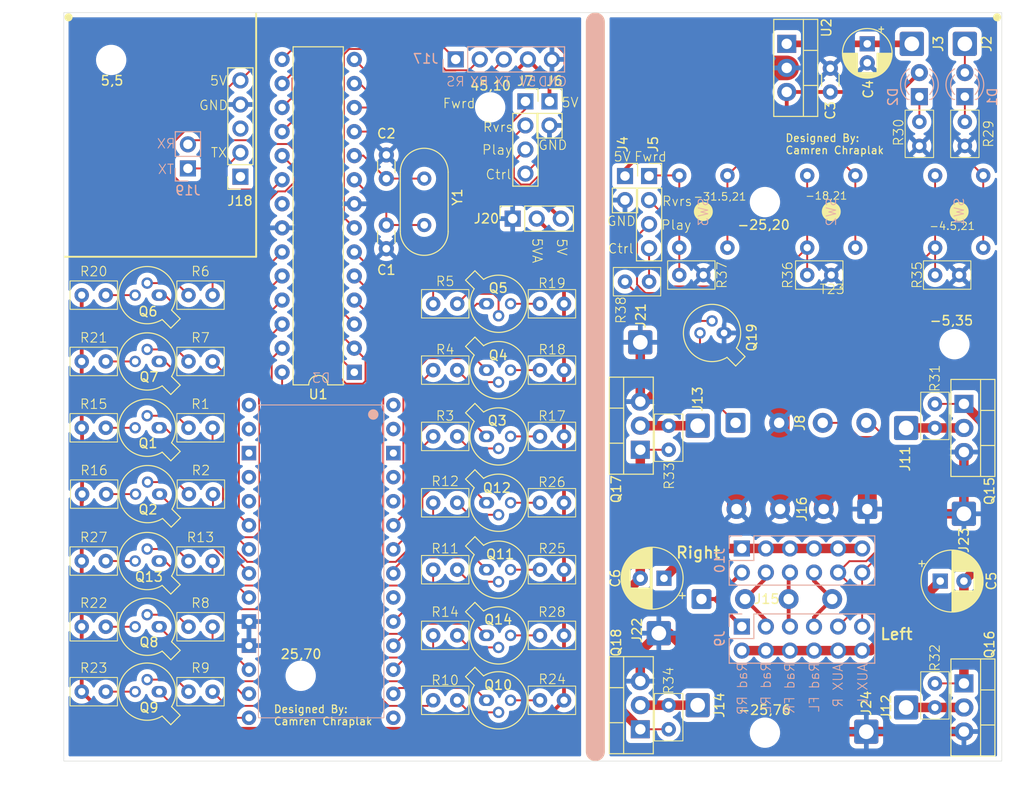
<source format=kicad_pcb>
(kicad_pcb (version 20240108) (generator "pcbnew") (generator_version "8.0")
  (layers (0 "F.Cu" signal) (31 "B.Cu" signal) (34 "B.Paste" user) (35 "F.Paste" user) (36 "B.SilkS" user "B.Silkscreen") (37 "F.SilkS" user "F.Silkscreen") (38 "B.Mask" user) (39 "F.Mask" user) (44 "Edge.Cuts" user))
  (net 0 "")
  (net 1 "Net-(U1-XTAL1{slash}PB6)")
  (net 2 "Net-(U1-XTAL2{slash}PB7)")
  (net 3 "Net-(U1-PD5)")
  (net 4 "Net-(U1-PD6)")
  (net 5 "Net-(U1-PD7)")
  (net 6 "Net-(U1-PB0)")
  (net 7 "Net-(U1-PD4)")
  (net 8 "Net-(U1-PD3)")
  (net 9 "Net-(U1-PD2)")
  (net 10 "Net-(U1-PC5)")
  (net 12 "GND")
  (net 13 "Ctrl")
  (net 14 "Play")
  (net 15 "Reverse")
  (net 16 "Forward")
  (net 17 "+12VAUDIO")
  (net 18 "+5VAUDIO")
  (net 19 "Net-(D1-K)")
  (net 20 "Net-(D2-K)")
  (net 21 "/Amp/MIC")
  (net 22 "Net-(U1-PC4)")
  (net 23 "Net-(U1-PC3)")
  (net 24 "Net-(U1-PC2)")
  (net 25 "Net-(U1-PC1)")
  (net 26 "Net-(U1-PC0)")
  (net 27 "Net-(U1-PB5)")
  (net 28 "Net-(D3-2b)")
  (net 29 "Net-(D3-2d)")
  (net 30 "Net-(D3-3d)")
  (net 31 "Net-(D3-2g)")
  (net 32 "Net-(D3-3e)")
  (net 33 "Net-(D3-2e)")
  (net 34 "Net-(D3-3f)")
  (net 35 "Net-(D3-3a)")
  (net 36 "Net-(D3-3g)")
  (net 37 "Net-(D3-2c)")
  (net 38 "Net-(D3-2f)")
  (net 39 "Net-(D3-2a)")
  (net 40 "Net-(D3-3b)")
  (net 41 "Net-(D3-3c)")
  (net 42 "Net-(Q1-B)")
  (net 43 "Net-(Q1-C)")
  (net 44 "Net-(Q2-C)")
  (net 45 "Net-(Q2-B)")
  (net 46 "Net-(Q3-B)")
  (net 47 "Net-(Q3-C)")
  (net 48 "Net-(Q4-C)")
  (net 49 "Net-(Q4-B)")
  (net 50 "Net-(Q5-C)")
  (net 51 "Net-(Q6-C)")
  (net 52 "Net-(Q6-B)")
  (net 53 "Net-(Q7-B)")
  (net 54 "Net-(Q7-C)")
  (net 55 "Net-(Q8-B)")
  (net 56 "Net-(Q8-C)")
  (net 57 "Net-(Q9-C)")
  (net 58 "Net-(Q9-B)")
  (net 59 "Net-(Q10-B)")
  (net 60 "/Arduino/TX")
  (net 61 "/Arduino/RX")
  (net 62 "/Arduino/Reset")
  (net 63 "/Amp/AUXR")
  (net 64 "/Amp/AUXL")
  (net 65 "/Amp/RADIOFL")
  (net 66 "/Amp/RADIORR")
  (net 67 "/Amp/RADIOFR")
  (net 68 "/Amp/RADIORL")
  (net 69 "Net-(Q10-C)")
  (net 70 "Net-(Q11-B)")
  (net 71 "Net-(Q11-C)")
  (net 72 "Net-(Q12-B)")
  (net 73 "Net-(Q12-C)")
  (net 74 "Net-(Q13-C)")
  (net 75 "Net-(Q13-B)")
  (net 76 "Net-(Q14-B)")
  (net 77 "Net-(Q14-C)")
  (net 78 "Net-(Q19-B)")
  (net 79 "/Amp/Left")
  (net 80 "/Amp/Right")
  (net 93 "Net-(Q5-B)")
  (net 94 "Net-(J3-Pin_1)")
  (net 95 "Net-(J9-Pin_10)")
  (net 96 "Net-(J10-Pin_1)")
  (net 97 "Net-(J11-Pin_1)")
  (net 98 "Net-(J12-Pin_1)")
  (net 99 "Net-(J13-Pin_1)")
  (net 100 "Net-(J14-Pin_1)")
  (net 103 "Net-(J20-Pin_2)")
  (net 104 "/Arduino/GPSTX")
  (footprint "carinterface:Vertical Resistor" (layer "F.Cu") (at 107.94 108.11 90)
    (property "Reference" "R32")
    (property "Value" "1k")
  )
  (footprint "Connector_Wire:SolderWire-0.75sqmm_1x01_D1.25mm_OD2.3mm" (layer "F.Cu") (at 104.9 79.88)
    (property "Reference" "J11")
    (property "Value" "FL")
  )
  (footprint "carinterface:smallthermalpad" (layer "F.Cu") (at 92.1 67.24)
    (property "Reference" "T19" (hide yes))
    (property "Value" "~")
  )
  (footprint "carinterface:smallthermalpad" (layer "F.Cu") (at 91.6 84.04 90)
    (property "Reference" "T12" (hide yes))
    (property "Value" "~")
  )
  (footprint "Package_TO_SOT_THT:TO-220-3_Vertical" (layer "F.Cu") (at 111 77.34 -90)
    (property "Reference" "Q15")
    (property "Value" "DN2540N5-G")
  )
  (footprint "Connector_Wire:SolderWire-0.5sqmm_1x04_P4.6mm_D0.9mm_OD2.1mm" (layer "F.Cu") (at 83.3 97.94)
    (property "Reference" "J15")
    (property "Value" "+RADIO")
  )
  (footprint "carinterface:Thermal Pad" (layer "F.Cu") (at 81.4125 42.015)
    (property "Reference" "T1" (hide yes))
    (property "Value" "~")
  )
  (footprint "carinterface:smallthermalpad" (layer "F.Cu") (at 96.2 84.04 90)
    (property "Reference" "T13" (hide yes))
    (property "Value" "~")
  )
  (footprint "Package_TO_SOT_THT:TO-18-3" (layer "F.Cu") (at 26.068865 72.861372 180)
    (property "Reference" "Q7")
    (property "Value" "BC107" (hide yes))
  )
  (footprint "carinterface:Vertical Resistor" (layer "F.Cu") (at 56.251501 101.774223 180)
    (property "Reference" "R14")
    (property "Value" "500k" (hide yes))
  )
  (footprint "carinterface:Vertical Resistor" (layer "F.Cu") (at 56.251501 73.774223 180)
    (property "Reference" "R4")
    (property "Value" "500k" (hide yes))
  )
  (footprint "carinterface:Vertical Resistor" (layer "F.Cu") (at 19.158379 107.711873)
    (property "Reference" "R23")
    (property "Value" "330" (hide yes))
  )
  (footprint "carinterface:Vertical Resistor" (layer "F.Cu") (at 67.521434 108.624724 180)
    (property "Reference" "R24")
    (property "Value" "330" (hide yes))
  )
  (footprint "carinterface:smallthermalpad" (layer "F.Cu") (at 92.1 70.24)
    (property "Reference" "T20" (hide yes))
    (property "Value" "~")
  )
  (footprint "Package_TO_SOT_THT:TO-18-3" (layer "F.Cu") (at 60.614724 73.774223)
    (property "Reference" "Q4")
    (property "Value" "BC107" (hide yes))
  )
  (footprint "carinterface:smallthermalpad" (layer "F.Cu") (at 100.7 84.04 90)
    (property "Reference" "T14" (hide yes))
    (property "Value" "~")
  )
  (footprint "Connector_PinSocket_2.54mm:PinSocket_1x02_P2.54mm_Vertical" (layer "F.Cu") (at 67.259976 45.411873)
    (property "Reference" "J6")
    (property "Value" "5V Bridge")
  )
  (footprint "carinterface:Vertical Resistor" (layer "F.Cu") (at 30.43 72.861372)
    (property "Reference" "R7")
    (property "Value" "500k" (hide yes))
  )
  (footprint "Connector_Wire:SolderWire-0.75sqmm_1x01_D1.25mm_OD2.3mm" (layer "F.Cu") (at 105.5 39.34)
    (property "Reference" "J3")
    (property "Value" "Arduino Toggle")
  )
  (footprint "carinterface:Vertical Resistor" (layer "F.Cu") (at 111.1 48.84 -90)
    (property "Reference" "R29")
    (property "Value" "3k")
  )
  (footprint "Capacitor_THT:C_Disc_D3.0mm_W1.6mm_P2.50mm" (layer "F.Cu") (at 96.9 44.42 90)
    (property "Reference" "C3")
    (property "Value" "0.1uF")
  )
  (footprint "carinterface:Vertical Resistor" (layer "F.Cu") (at 19.158379 93.926096)
    (property "Reference" "R27")
    (property "Value" "330" (hide yes))
  )
  (footprint "carinterface:Vertical Resistor" (layer "F.Cu") (at 106.3 48.84 -90)
    (property "Reference" "R30")
    (property "Value" "1k")
  )
  (footprint "carinterface:smallthermalpad" (layer "F.Cu") (at 97.1 76.24)
    (property "Reference" "T26" (hide yes))
    (property "Value" "~")
  )
  (footprint "carinterface:Vertical Resistor" (layer "F.Cu") (at 30.43 100.861372)
    (property "Reference" "R8")
    (property "Value" "500k" (hide yes))
  )
  (footprint "carinterface:smallthermalpad" (layer "F.Cu") (at 97.1 73.24)
    (property "Reference" "T25" (hide yes))
    (property "Value" "~")
  )
  (footprint "carinterface:smallthermalpad" (layer "F.Cu") (at 82.6 104.24 90)
    (property "Reference" "T5" (hide yes))
    (property "Value" "~")
  )
  (footprint "carinterface:Vertical Resistor" (layer "F.Cu") (at 19.158379 100.861372)
    (property "Reference" "R22")
    (property "Value" "330" (hide yes))
  )
  (footprint "" (layer "F.Cu") (at 90 56.04)
    (property "Reference" "")
    (property "Value" "")
  )
  (footprint "carinterface:smallthermalpad" (layer "F.Cu") (at 92.1 76.24)
    (property "Reference" "T22" (hide yes))
    (property "Value" "~")
  )
  (footprint "carinterface:Vertical Resistor" (layer "F.Cu") (at 95.73 63.74 180)
    (property "Reference" "R36")
    (property "Value" "100k")
  )
  (footprint "Package_TO_SOT_THT:TO-18-3" (layer "F.Cu") (at 26.108841 86.861372 180)
    (property "Reference" "Q2")
    (property "Value" "BC107" (hide yes))
  )
  (footprint "Capacitor_THT:CP_Radial_D5.0mm_P2.00mm" (layer "F.Cu") (at 100.8 39.34 -90)
    (property "Reference" "C4")
    (property "Value" "0.33uF")
  )
  (footprint "Package_TO_SOT_THT:TO-220-3_Vertical" (layer "F.Cu") (at 92.3 39.34 -90)
    (property "Reference" "U2")
    (property "Value" "L7805")
  )
  (footprint "carinterface:Vertical Resistor" (layer "F.Cu") (at 56.251501 108.624724 180)
    (property "Reference" "R10")
    (property "Value" "500k" (hide yes))
  )
  (footprint "Capacitor_THT:C_Disc_D3.0mm_W1.6mm_P2.50mm" (layer "F.Cu") (at 50.039976 53.561372 90)
    (property "Reference" "C2")
    (property "Value" "0.1uF")
  )
  (footprint "Package_DIP:DIP-28_W7.62mm" (layer "F.Cu") (at 46.659976 74.001372 180)
    (property "Reference" "U1")
    (property "Value" "ATmega328P-P" (hide yes))
  )
  (footprint "carinterface:smallthermalpad" (layer "F.Cu") (at 97.1 70.24)
    (property "Reference" "T24" (hide yes))
    (property "Value" "~")
  )
  (footprint "carinterface:Vertical Resistor" (layer "F.Cu") (at 79.84 110.41 -90)
    (property "Reference" "R34")
    (property "Value" "1k")
  )
  (footprint "carinterface:Vertical Resistor" (layer "F.Cu") (at 56.251501 87.774223 180)
    (property "Reference" "R12")
    (property "Value" "500k" (hide yes))
  )
  (footprint "Connector_Wire:SolderWire-0.75sqmm_1x01_D1.25mm_OD2.3mm" (layer "F.Cu") (at 111 88.94)
    (property "Reference" "J23")
    (property "Value" "Conn_01x01_Pin")
  )
  (footprint "carinterface:smallthermalpad" (layer "F.Cu") (at 102.1 73.24)
    (property "Reference" "T29" (hide yes))
    (property "Value" "~")
  )
  (footprint "carinterface:smallthermalpad" (layer "F.Cu") (at 102.1 76.24)
    (property "Reference" "T30" (hide yes))
    (property "Value" "~")
  )
  (footprint "Package_TO_SOT_THT:TO-18-3" (layer "F.Cu") (at 60.614724 101.774223)
    (property "Reference" "Q14")
    (property "Value" "BC107" (hide yes))
  )
  (footprint "carinterface:Vertical Resistor" (layer "F.Cu") (at 19.158379 72.861372)
    (property "Reference" "R21")
    (property "Value" "330" (hide yes))
  )
  (footprint "carinterface:Vertical Resistor" (layer "F.Cu") (at 82.23 63.74 180)
    (property "Reference" "R37")
    (property "Value" "100k")
  )
  (footprint "Package_TO_SOT_THT:TO-220-3_Vertical" (layer "F.Cu") (at 111 106.84 -90)
    (property "Reference" "Q16")
    (property "Value" "DN2540N5-G")
  )
  (footprint "carinterface:Vertical Resistor" (layer "F.Cu") (at 56.251501 66.774223 180)
    (property "Reference" "R5")
    (property "Value" "500k" (hide yes))
  )
  (footprint "Package_TO_SOT_THT:TO-18-3" (layer "F.Cu") (at 26.068865 79.861372 180)
    (property "Reference" "Q1")
    (property "Value" "BC107" (hide yes))
  )
  (footprint "Capacitor_THT:CP_Radial_D6.3mm_P2.50mm" (layer "F.Cu") (at 79.345 95.74 180)
    (property "Reference" "C6")
    (property "Value" "47uF")
  )
  (footprint "Package_TO_SOT_THT:TO-220-3_Vertical" (layer "F.Cu") (at 76.845 111.68 90)
    (property "Reference" "Q18")
    (property "Value" "DN2540N5-G")
  )
  (footprint "carinterface:Vertical Resistor" (layer "F.Cu") (at 76.5 64.44 180)
    (property "Reference" "R38")
    (property "Value" "500k")
  )
  (footprint "Connector_PinSocket_2.54mm:PinSocket_1x02_P2.54mm_Vertical" (layer "F.Cu") (at 75.23 53.29)
    (property "Reference" "J4")
    (property "Value" "5V Bridge")
  )
  (footprint "carinterface:smallthermalpad" (layer "F.Cu") (at 102.1 70.24)
    (property "Reference" "T27" (hide yes))
    (property "Value" "~")
  )
  (footprint "carinterface:smallthermalpad" (layer "F.Cu") (at 92.1 73.24)
    (property "Reference" "T21" (hide yes))
    (property "Value" "~")
  )
  (footprint "Connector_PinSocket_2.54mm:PinSocket_1x03_P2.54mm_Vertical" (layer "F.Cu") (at 63.375 57.786873 90)
    (property "Reference" "J20")
    (property "Value" "Pot Voltage Adjust")
  )
  (footprint "Package_TO_SOT_THT:TO-18-3" (layer "F.Cu") (at 85.685276 69.855276 180)
    (property "Reference" "Q19")
    (property "Value" "BC107")
  )
  (footprint "Connector_Wire:SolderWire-0.75sqmm_1x01_D1.25mm_OD2.3mm" (layer "F.Cu") (at 76.845 70.84)
    (property "Reference" "J21")
    (property "Value" "Conn_01x01_Pin")
  )
  (footprint "Connector_Wire:SolderWire-0.5sqmm_1x04_P4.6mm_D0.9mm_OD2.1mm" (layer "F.Cu") (at 86.9 79.34)
    (property "Reference" "J8")
    (property "Value" "AUX Cord")
  )
  (footprint "Connector_Wire:SolderWire-0.75sqmm_1x01_D1.25mm_OD2.3mm" (layer "F.Cu") (at 82.9 79.64)
    (property "Reference" "J13")
    (property "Value" "FR")
  )
  (footprint "Connector_PinSocket_2.54mm:PinSocket_1x04_P2.54mm_Vertical" (layer "F.Cu") (at 77.77 53.29)
    (property "Reference" "J5")
    (property "Value" "Audio Control Bridge")
  )
  (footprint "carinterface:smallthermalpad" (layer "F.Cu") (at 107.3 89.04 90)
    (property "Reference" "T3" (hide yes))
    (property "Value" "~")
  )
  (footprint "carinterface:Vertical Resistor" (layer "F.Cu") (at 67.521434 101.774223 180)
    (property "Reference" "R28")
    (property "Value" "330" (hide yes))
  )
  (footprint "carinterface:smallthermalpad" (layer "F.Cu") (at 87 84.04 90)
    (property "Reference" "T11" (hide yes))
    (property "Value" "~")
  )
  (footprint "Connector_PinSocket_2.54mm:PinSocket_1x05_P2.54mm_Vertical" (layer "F.Cu") (at 34.639976 53.361873 180)
    (property "Reference" "J18")
    (property "Value" "GPS")
  )
  (footprint "Package_TO_SOT_THT:TO-18-3" (layer "F.Cu") (at 60.614724 66.774223)
    (property "Reference" "Q5")
    (property "Value" "BC107" (hide yes))
  )
  (footprint "projectitems:smallthermalpad" (layer "F.Cu") (at 97.1 67.24)
    (property "Reference" "T23")
    (property "Value" "~")
  )
  (footprint "carinterface:Vertical Resistor" (layer "F.Cu") (at 56.251501 94.838947 180)
    (property "Reference" "R11")
    (property "Value" "500k" (hide yes))
  )
  (footprint "carinterface:smallthermalpad" (layer "F.Cu") (at 80.1 74.44 90)
    (property "Reference" "T4" (hide yes))
    (property "Value" "~")
  )
  (footprint "carinterface:Vertical Resistor" (layer "F.Cu") (at 79.84 80.91 -90)
    (property "Reference" "R33")
    (property "Value" "1k")
  )
  (footprint "Connector_Wire:SolderWire-0.75sqmm_1x01_D1.25mm_OD2.3mm" (layer "F.Cu") (at 82.9 109.14)
    (property "Reference" "J14")
    (property "Value" "RR")
  )
  (footprint "" (layer "F.Cu") (at 110 71.04)
    (property "Reference" "")
    (property "Value" "")
  )
  (footprint "carinterface:smallthermalpad" (layer "F.Cu") (at 102.1 67.24)
    (property "Reference" "T28" (hide yes))
    (property "Value" "~")
  )
  (footprint "Package_TO_SOT_THT:TO-18-3" (layer "F.Cu") (at 60.614724 80.774223)
    (property "Reference" "Q3")
    (property "Value" "BC107" (hide yes))
  )
  (footprint "carinterface:Vertical Resistor" (layer "F.Cu") (at 56.251501 80.774223 180)
    (property "Reference" "R3")
    (property "Value" "500k" (hide yes))
  )
  (footprint "carinterface:Vertical Resistor" (layer "F.Cu") (at 30.43 107.711873)
    (property "Reference" "R9")
    (property "Value" "500k" (hide yes))
  )
  (footprint "carinterface:Vertical Resistor" (layer "F.Cu") (at 107.94 78.61 90)
    (property "Reference" "R31")
    (property "Value" "1k")
  )
  (footprint "carinterface:Vertical Resistor" (layer "F.Cu") (at 30.43 65.861372)
    (property "Reference" "R6")
    (property "Value" "500k" (hide yes))
  )
  (footprint "carinterface:Vertical Resistor" (layer "F.Cu") (at 67.521434 80.774223 180)
    (property "Reference" "R17")
    (property "Value" "330" (hide yes))
  )
  (footprint "Package_TO_SOT_THT:TO-220-3_Vertical" (layer "F.Cu") (at 76.845 82.18 90)
    (property "Reference" "Q17")
    (property "Value" "DN2540N5-G")
  )
  (footprint "Package_TO_SOT_THT:TO-18-3" (layer "F.Cu") (at 26.068865 100.861372 180)
    (property "Reference" "Q8")
    (property "Value" "BC107" (hide yes))
  )
  (footprint "carinterface:Vertical Resistor" (layer "F.Cu") (at 67.521434 94.838947 180)
    (property "Reference" "R25")
    (property "Value" "330" (hide yes))
  )
  (footprint "Package_TO_SOT_THT:TO-18-3" (layer "F.Cu") (at 26.068865 107.711873 180)
    (property "Reference" "Q9")
    (property "Value" "BC107" (hide yes))
  )
  (footprint "carinterface:Vertical Resistor" (layer "F.Cu") (at 109.23 63.74 180)
    (property "Reference" "R35")
    (property "Value" "100k")
  )
  (footprint "Connector_PinSocket_2.54mm:PinSocket_1x04_P2.54mm_Vertical" (layer "F.Cu") (at 64.719976 45.411873)
    (property "Reference" "J7")
    (property "Value" "Audio Control Bridge")
  )
  (footprint "" (layer "F.Cu") (at 41 106.04)
    (property "Reference" "")
    (property "Value" "")
  )
  (footprint "Connector_Wire:SolderWire-0.75sqmm_1x01_D1.25mm_OD2.3mm" (layer "F.Cu") (at 78.8 101.54)
    (property "Reference" "J22")
    (property "Value" "Conn_01x01_Pin")
  )
  (footprint "Capacitor_THT:CP_Radial_D6.3mm_P2.50mm" (layer "F.Cu") (at 108.5 96.04)
    (property "Reference" "C5")
    (property "Value" "47uF")
  )
  (footprint "carinterface:smallthermalpad" (layer "F.Cu") (at 96.4 111.94)
    (property "Reference" "T6" (hide yes))
    (property "Value" "~")
  )
  (footprint "Crystal:Crystal_HC18-U_Vertical" (layer "F.Cu") (at 54.039976 58.461372 90)
    (property "Reference" "Y1")
    (property "Value" "16MHz")
  )
  (footprint "carinterface:Vertical Resistor" (layer "F.Cu") (at 19.158379 65.861372)
    (property "Reference" "R20")
    (property "Value" "330" (hide yes))
  )
  (footprint "Package_TO_SOT_THT:TO-18-3" (layer "F.Cu") (at 60.614724 94.838947)
    (property "Reference" "Q11")
    (property "Value" "BC107" (hide yes))
  )
  (footprint "carinterface:Vertical Resistor" (layer "F.Cu") (at 67.521434 66.774223 180)
    (property "Reference" "R19")
    (property "Value" "330" (hide yes))
  )
  (footprint "Connector_Wire:SolderWire-0.75sqmm_1x01_D1.25mm_OD2.3mm" (layer "F.Cu") (at 104.9 109.38)
    (property "Reference" "J12")
    (property "Value" "RL")
  )
  (footprint "Package_TO_SOT_THT:TO-18-3" (layer "F.Cu") (at 26.068865 65.861372 180)
    (property "Reference" "Q6")
    (property "Value" "BC107" (hide yes))
  )
  (footprint "carinterface:Vertical Resistor" (layer "F.Cu") (at 19.158379 79.861372)
    (property "Reference" "R15")
    (property "Value" "330" (hide yes))
  )
  (footprint "" (layer "F.Cu") (at 21 41.04)
    (property "Reference" "")
    (property "Value" "")
  )
  (footprint "Package_TO_SOT_THT:TO-18-3" (layer "F.Cu") (at 26.068865 93.926096 180)
    (property "Reference" "Q13")
    (property "Value" "BC107" (hide yes))
  )
  (footprint "" (layer "F.Cu") (at 90 112.04)
    (property "Reference" "")
    (property "Value" "")
  )
  (footprint "Package_TO_SOT_THT:TO-18-3" (layer "F.Cu") (at 60.614724 108.624724)
    (property "Reference" "Q10")
    (property "Value" "BC107" (hide yes))
  )
  (footprint "" (layer "F.Cu") (at 61 46.04)
    (property "Reference" "")
    (property "Value" "")
  )
  (footprint "Package_TO_SOT_THT:TO-18-3" (layer "F.Cu") (at 60.614724 87.774223)
    (property "Reference" "Q12")
    (property "Value" "BC107" (hide yes))
  )
  (footprint "carinterface:Vertical Resistor" (layer "F.Cu") (at 67.521434 73.774223 180)
    (property "Reference" "R18")
    (property "Value" "330" (hide yes))
  )
  (footprint "carinterface:Vertical Resistor" (layer "F.Cu") (at 30.43 93.926096)
    (property "Reference" "R13")
    (property "Value" "500k" (hide yes))
  )
  (footprint "Connector_Wire:SolderWire-0.75sqmm_1x01_D1.25mm_OD2.3mm" (layer "F.Cu") (at 111.1 39.34)
    (property "Reference" "J2")
    (property "Value" "Speaker Toggle")
  )
  (footprint "carinterface:Vertical Resistor" (layer "F.Cu") (at 19.198355 86.861372)
    (property "Reference" "R16")
    (property "Value" "330" (hide yes))
  )
  (footprint "carinterface:Vertical Resistor" (layer "F.Cu") (at 30.469976 86.861372)
    (property "Reference" "R2")
    (property "Value" "500k" (hide yes))
  )
  (footprint "Capacitor_THT:C_Disc_D3.0mm_W1.6mm_P2.50mm" (layer "F.Cu") (at 50.039976 60.961372 90)
    (property "Reference" "C1")
    (property "Value" "0.1uF")
  )
  (footprint "Connector_Wire:SolderWire-0.75sqmm_1x01_D1.25mm_OD2.3mm" (layer "F.Cu") (at 100.7 111.94 90)
    (property "Reference" "J24")
    (property "Value" "Conn_01x01_Pin")
  )
  (footprint "carinterface:Vertical Resistor" (layer "F.Cu") (at 30.43 79.861372)
    (property "Reference" "R1")
    (property "Value" "500k" (hide yes))
  )
  (footprint "Connector_Wire:SolderWire-0.5sqmm_1x04_P4.6mm_D0.9mm_OD2.1mm" (layer "F.Cu") (at 100.8 88.44 180)
    (property "Reference" "J16")
    (property "Value" "-RADIO")
  )
  (footprint "carinterface:Vertical Resistor" (layer "F.Cu") (at 67.521434 87.774223 180)
    (property "Reference" "R26")
    (property "Value" "330" (hide yes))
  )
  (footprint "Connector_PinHeader_2.54mm:PinHeader_2x06_P2.54mm_Vertical" (layer "B.Cu") (at 87.56 100.84 -90)
    (property "Reference" "J9")
    (property "Value" "Left Speakers" (hide yes))
  )
  (footprint "carinterface:pushbutton" (layer "B.Cu") (at 83.5 57.04 -90)
    (property "Reference" "SW3")
    (property "Value" "~" (hide yes))
  )
  (footprint "carinterface:smallthermalpad" (layer "B.Cu") (at 80.1 74.44 -90)
    (property "Reference" "T10" (hide yes))
    (property "Value" "~" (hide yes))
  )
  (footprint "Connector_PinHeader_2.54mm:PinHeader_2x06_P2.54mm_Vertical" (layer "B.Cu") (at 87.56 92.6 -90)
    (property "Reference" "J10")
    (property "Value" "Right Speakers" (hide yes))
  )
  (footprint "carinterface:smallthermalpad" (layer "B.Cu") (at 100.7 84.04 -90)
    (property "Reference" "T16" (hide yes))
    (property "Value" "~" (hide yes))
  )
  (footprint "carinterface:smallthermalpad" (layer "B.Cu") (at 87 84.04 -90)
    (property "Reference" "T17" (hide yes))
    (property "Value" "~" (hide yes))
  )
  (footprint "carinterface:smallthermalpad" (layer "B.Cu") (at 82.6 104.24 -90)
    (property "Reference" "T9" (hide yes))
    (property "Value" "~" (hide yes))
  )
  (footprint "carinterface:smallthermalpad" (layer "B.Cu") (at 92.1 67.24 180)
    (property "Reference" "T39" (hide yes))
    (property "Value" "~" (hide yes))
  )
  (footprint "carinterface:smallthermalpad" (layer "B.Cu") (at 92.1 73.24 180)
    (property "Reference" "T41" (hide yes))
    (property "Value" "~" (hide yes))
  )
  (footprint "carinterface:smallthermalpad" (layer "B.Cu") (at 107.3 89.04 -90)
    (property "Reference" "T7" (hide yes))
    (property "Value" "~" (hide yes))
  )
  (footprint "carinterface:smallthermalpad" (layer "B.Cu") (at 102.1 67.24 180)
    (property "Reference" "T35" (hide yes))
    (property "Value" "~" (hide yes))
  )
  (footprint "LED_THT:LED_D3.0mm" (layer "B.Cu") (at 111.1 44.915 90)
    (property "Reference" "D1")
    (property "Value" "LED" (hide yes))
  )
  (footprint "carinterface:Thermal Pad" (layer "B.Cu") (at 82.7875 42.015 180)
    (property "Reference" "T2" (hide yes))
    (property "Value" "~" (hide yes))
  )
  (footprint "carinterface:pushbutton" (layer "B.Cu") (at 110.5 57.04 -90)
    (property "Reference" "SW1")
    (property "Value" "~" (hide yes))
  )
  (footprint "carinterface:Kingbright 3 Digit Common Cathode" (layer "B.Cu") (at 43.159976 93.961372 180)
    (property "Reference" "D3")
    (property "Value" "~" (hide yes))
  )
  (footprint "carinterface:smallthermalpad" (layer "B.Cu") (at 97.1 67.24 180)
    (property "Reference" "T31" (hide yes))
    (property "Value" "~" (hide yes))
  )
  (footprint "carinterface:smallthermalpad" (layer "B.Cu") (at 96.2 84.04 -90)
    (property "Reference" "T15" (hide yes))
    (property "Value" "~" (hide yes))
  )
  (footprint "carinterface:smallthermalpad" (layer "B.Cu") (at 102.1 73.24 180)
    (property "Reference" "T37" (hide yes))
    (property "Value" "~" (hide yes))
  )
  (footprint "Connector_PinSocket_2.54mm:PinSocket_1x05_P2.54mm_Vertical" (layer "B.Cu") (at 57.359976 40.981372 -90)
    (property "Reference" "J17")
    (property "Value" "Uno Control" (hide yes))
  )
  (footprint "carinterface:smallthermalpad" (layer "B.Cu") (at 96.4 111.94 180)
    (property "Reference" "T8" (hide yes))
    (property "Value" "~" (hide yes))
  )
  (footprint "carinterface:smallthermalpad" (layer "B.Cu") (at 92.1 70.24 180)
    (property "Reference" "T40" (hide yes))
    (property "Value" "~" (hide yes))
  )
  (footprint "carinterface:smallthermalpad" (layer "B.Cu") (at 91.6 84.04 -90)
    (property "Reference" "T18" (hide yes))
    (property "Value" "~" (hide yes))
  )
  (footprint "carinterface:smallthermalpad" (layer "B.Cu") (at 92.1 76.24 180)
    (property "Reference" "T42" (hide yes))
    (property "Value" "~" (hide yes))
  )
  (footprint "LED_THT:LED_D3.0mm" (layer "B.Cu") (at 106.3 44.915 90)
    (property "Reference" "D2")
    (property "Value" "LED" (hide yes))
  )
  (footprint "carinterface:smallthermalpad" (layer "B.Cu") (at 97.1 76.24 180)
    (property "Reference" "T32" (hide yes))
    (property "Value" "~" (hide yes))
  )
  (footprint "carinterface:smallthermalpad" (layer "B.Cu") (at 97.1 73.24 180)
    (property "Reference" "T33" (hide yes))
    (property "Value" "~" (hide yes))
  )
  (footprint "Connector_PinHeader_2.54mm:PinHeader_1x02_P2.54mm_Vertical" (layer "B.Cu") (at 29.1 52.486873)
    (property "Reference" "J19")
    (property "Value" "GPS Toggle" (hide yes))
  )
  (footprint "carinterface:smallthermalpad" (layer "B.Cu") (at 102.1 70.24 180)
    (property "Reference" "T36" (hide yes))
    (property "Value" "~" (hide yes))
  )
  (footprint "carinterface:smallthermalpad" (layer "B.Cu") (at 102.1 76.24 180)
    (property "Reference" "T38" (hide yes))
    (property "Value" "~" (hide yes))
  )
  (footprint "carinterface:pushbutton" (layer "B.Cu") (at 97 57.04 -90)
    (property "Reference" "SW2")
    (property "Value" "~" (hide yes))
  )
  (footprint "carinterface:smallthermalpad" (layer "B.Cu") (at 97.1 70.24 180)
    (property "Reference" "T34" (hide yes))
    (property "Value" "~" (hide yes))
  )
  (gr_line (start 72.1 37.04) (end 72.1 114.04) (stroke (width 2)) (layer "B.SilkS"))
  (gr_circle (center 110.5 57.04) (end 111.4 57.04) (stroke (width 0.2)) (fill solid) (layer "F.SilkS"))
  (gr_circle (center 83.5 57.04) (end 84.4 57.04) (stroke (width 0.2)) (fill solid) (layer "F.SilkS"))
  (gr_circle (center 97 57.04) (end 97.9 57.04) (stroke (width 0.2)) (fill solid) (layer "F.SilkS"))
  (gr_line (start 36.3 61.811873) (end 16.1 61.811873) (stroke (width 0.2)) (layer "F.SilkS"))
  (gr_line (start 36.3 61.811873) (end 36.3 36.14) (stroke (width 0.2)) (layer "F.SilkS"))
  (gr_circle (center 16.5 36.54) (end 16.9 36.54) (stroke (width 0.05)) (fill solid) (layer "F.SilkS"))
  (gr_line (start 72.1 114.04) (end 72.1 37.04) (stroke (width 2)) (layer "F.SilkS"))
  (gr_circle (center 114.5 36.54) (end 114.9 36.54) (stroke (width 0.05)) (fill solid) (layer "F.SilkS"))
  (gr_rect (start 16 36.04) (end 115 115.04) (stroke (width 0.05)) (fill none) (layer "Edge.Cuts"))
  (gr_text "TX" (at 61.4 43.911873 0) (layer "B.SilkS") (effects (font (size 1 1) (thickness 0.1)) (justify right bottom mirror)))
  (gr_text "Rad FR" (at 93.2 110.14 90) (layer "B.SilkS") (effects (font (size 1 1) (thickness 0.1)) (justify right bottom mirror)))
  (gr_text "AUX R" (at 98.3 109.44 90) (layer "B.SilkS") (effects (font (size 1 1) (thickness 0.1)) (justify right bottom mirror)))
  (gr_text "RX" (at 25.760024 50.462374 0) (layer "B.SilkS") (effects (font (size 1 1) (thickness 0.1)) (justify right bottom mirror)))
  (gr_text "Rad RL" (at 90.7 110.04 90) (layer "B.SilkS") (effects (font (size 1 1) (thickness 0.1)) (justify right bottom mirror)))
  (gr_text "RX" (at 58.8 43.911873 0) (layer "B.SilkS") (effects (font (size 1 1) (thickness 0.1)) (justify right bottom mirror)))
  (gr_text "AUX L" (at 100.9 109.24 90) (layer "B.SilkS") (effects (font (size 1 1) (thickness 0.1)) (justify right bottom mirror)))
  (gr_text "GND" (at 66 43.911873 0) (layer "B.SilkS") (effects (font (size 1 1) (thickness 0.1)) (justify right bottom mirror)))
  (gr_text "Rad RR" (at 88.2 110.24 90) (layer "B.SilkS") (effects (font (size 1 1) (thickness 0.1)) (justify right bottom mirror)))
  (gr_text "RS" (at 56.3 43.911873 0) (layer "B.SilkS") (effects (font (size 1 1) (thickness 0.1)) (justify right bottom mirror)))
  (gr_text "TX" (at 25.860024 53.162374 0) (layer "B.SilkS") (effects (font (size 1 1) (thickness 0.1)) (justify right bottom mirror)))
  (gr_text "Rad FL" (at 95.8 109.94 90) (layer "B.SilkS") (effects (font (size 1 1) (thickness 0.1)) (justify right bottom mirror)))
  (gr_text "5V" (at 64 43.911873 0) (layer "B.SilkS") (effects (font (size 1 1) (thickness 0.1)) (justify right bottom mirror)))
  (gr_text "Fwrd" (at 59.5 46.211873 0) (layer "F.SilkS") (effects (font (size 1 1) (thickness 0.1)) (justify right bottom)))
  (gr_text "-25,76" (at 87.1 110.24 0) (layer "F.SilkS") (effects (font (size 1 1)) (justify left bottom)))
  (gr_text "-18,21" (at 94.2 55.84 0) (layer "F.SilkS") (effects (font (size 0.8 0.8) (thickness 0.1)) (justify left bottom)))
  (gr_text "GND" (at 69.2 50.611873 0) (layer "F.SilkS") (effects (font (size 1 1) (thickness 0.1)) (justify right bottom)))
  (gr_text "Rvrs" (at 63.5 48.711873 0) (layer "F.SilkS") (effects (font (size 1 1) (thickness 0.1)) (justify right bottom)))
  (gr_text "GND" (at 76.44 58.64 0) (layer "F.SilkS") (effects (font (size 1 1) (thickness 0.1)) (justify right bottom)))
  (gr_text "Designed By:\nCamren Chraplak" (at 38.1 111.311873 0) (layer "F.SilkS") (effects (font (size 0.8 0.8) (thickness 0.125)) (justify left bottom)))
  (gr_text "5,5" (at 19.8 43.811873 0) (layer "F.SilkS") (effects (font (size 1 1)) (justify left bottom)))
  (gr_text "Fwrd" (at 79.7 51.84 0) (layer "F.SilkS") (effects (font (size 1 1) (thickness 0.1)) (justify right bottom)))
  (gr_text "Ctrl" (at 63.3 53.711873 0) (layer "F.SilkS") (effects (font (size 1 1) (thickness 0.1)) (justify right bottom)))
  (gr_text "TX" (at 33.3 51.411873 0) (layer "F.SilkS") (effects (font (size 1 1) (thickness 0.1)) (justify right bottom)))
  (gr_text "5VA" (at 65.37479 62.561372 -90) (layer "F.SilkS") (effects (font (size 1 1) (thickness 0.1)) (justify right bottom)))
  (gr_text "25,70" (at 38.8 104.34 0) (layer "F.SilkS") (effects (font (size 1 1)) (justify left bottom)))
  (gr_text "-5,35" (at 107.3 69.14 0) (layer "F.SilkS") (effects (font (size 1 1)) (justify left bottom)))
  (gr_text "Designed By:\nCamren Chraplak" (at 92.1 51.04 0) (layer "F.SilkS") (effects (font (size 0.8 0.8) (thickness 0.125)) (justify left bottom)))
  (gr_text "-25,20" (at 87 59.04 0) (layer "F.SilkS") (effects (font (size 1 1)) (justify left bottom)))
  (gr_text "5V" (at 67.97479 61.761372 -90) (layer "F.SilkS") (effects (font (size 1 1) (thickness 0.1)) (justify right bottom)))
  (gr_text "Left" (at 105.7 102.34 0) (layer "F.SilkS") (effects (font (size 1.2 1.2) (thickness 0.2) (bold yes)) (justify right bottom)))
  (gr_text "5V" (at 33.3 43.817374 0) (layer "F.SilkS") (effects (font (size 1 1) (thickness 0.1)) (justify right bottom)))
  (gr_text "5V" (at 75.9 51.84 0) (layer "F.SilkS") (effects (font (size 1 1) (thickness 0.1)) (justify right bottom)))
  (gr_text "Right" (at 85.4 93.74 0) (layer "F.SilkS") (effects (font (size 1.2 1.2) (thickness 0.2) (bold yes)) (justify right bottom)))
  (gr_text "-31.5,21" (at 82.4 55.94 0) (layer "F.SilkS") (effects (font (size 0.8 0.8) (thickness 0.1) (bold yes)) (justify left bottom)))
  (gr_text "-4.5,21" (at 107.3 59.04 0) (layer "F.SilkS") (effects (font (size 0.8 0.8) (thickness 0.1)) (justify left bottom)))
  (gr_text "45,10" (at 58.8 44.34 0) (layer "F.SilkS") (effects (font (size 1 1)) (justify left bottom)))
  (gr_text "5V" (at 70.4 46.111873 0) (layer "F.SilkS") (effects (font (size 1 1) (thickness 0.1)) (justify right bottom)))
  (gr_text "Ctrl" (at 76.2 61.54 0) (layer "F.SilkS") (effects (font (size 1 1) (thickness 0.1)) (justify right bottom)))
  (gr_text "Rvrs" (at 82.4 56.54 0) (layer "F.SilkS") (effects (font (size 1 1) (thickness 0.1)) (justify right bottom)))
  (gr_text "Play" (at 82.3 59.04 0) (layer "F.SilkS") (effects (font (size 1 1) (thickness 0.1)) (justify right bottom)))
  (gr_text "Play" (at 63.4 51.111873 0) (layer "F.SilkS") (effects (font (size 1 1) (thickness 0.1)) (justify right bottom)))
  (gr_text "GND" (at 33.4 46.411873 0) (layer "F.SilkS") (effects (font (size 1 1) (thickness 0.1)) (justify right bottom)))
  (segment (start 54.039976 58.461372) (end 50.039976 58.461372) (width 0.2) (layer "F.Cu") (net 1))
  (segment (start 50.039976 57.061372) (end 46.659976 53.681372) (width 0.2) (layer "F.Cu") (net 1))
  (segment (start 50.039976 58.461372) (end 50.039976 57.061372) (width 0.2) (layer "F.Cu") (net 1))
  (segment (start 50.039976 53.561372) (end 47.619976 51.141372) (width 0.2) (layer "F.Cu") (net 2))
  (segment (start 54.039976 53.561372) (end 50.039976 53.561372) (width 0.2) (layer "F.Cu") (net 2))
  (segment (start 47.619976 51.141372) (end 46.659976 51.141372) (width 0.2) (layer "F.Cu") (net 2))
  (segment (start 51.179976 48.601372) (end 46.659976 48.601372) (width 0.2) (layer "F.Cu") (net 3))
  (segment (start 48.917976 76.114419) (end 49.439976 75.592419) (width 0.2) (layer "F.Cu") (net 3))
  (segment (start 49.439976 75.592419) (end 49.439976 65.061372) (width 0.2) (layer "F.Cu") (net 3))
  (segment (start 55.539976 58.961372) (end 55.539976 52.961372) (width 0.2) (layer "F.Cu") (net 3))
  (segment (start 53.3 99.709243) (end 51.39737 101.611873) (width 0.2) (layer "F.Cu") (net 3))
  (segment (start 55.539976 52.961372) (end 51.179976 48.601372) (width 0.2) (layer "F.Cu") (net 3))
  (segment (start 54.981501 87.774223) (end 54.981501 92.327429) (width 0.2) (layer "F.Cu") (net 3))
  (segment (start 54.981501 92.327429) (end 53.3 94.00893) (width 0.2) (layer "F.Cu") (net 3))
  (segment (start 48.917976 100.367267) (end 48.917976 76.114419) (width 0.2) (layer "F.Cu") (net 3))
  (segment (start 50.162582 101.611873) (end 48.917976 100.367267) (width 0.2) (layer "F.Cu") (net 3))
  (segment (start 53.3 94.00893) (end 53.3 99.709243) (width 0.2) (layer "F.Cu") (net 3))
  (segment (start 49.439976 65.061372) (end 55.539976 58.961372) (width 0.2) (layer "F.Cu") (net 3))
  (segment (start 51.39737 101.611873) (end 50.162582 101.611873) (width 0.2) (layer "F.Cu") (net 3))
  (segment (start 49.839976 75.758105) (end 49.839976 65.227058) (width 0.2) (layer "F.Cu") (net 4))
  (segment (start 49.205662 46.061372) (end 46.659976 46.061372) (width 0.2) (layer "F.Cu") (net 4))
  (segment (start 54.981501 80.774223) (end 53.441976 82.313748) (width 0.2) (layer "F.Cu") (net 4))
  (segment (start 52.9 93.277559) (end 52.5 93.677559) (width 0.2) (layer "F.Cu") (net 4))
  (segment (start 49.839976 65.227058) (end 55.939976 59.127058) (width 0.2) (layer "F.Cu") (net 4))
  (segment (start 49.317976 76.280105) (end 49.839976 75.758105) (width 0.2) (layer "F.Cu") (net 4))
  (segment (start 49.317976 95.829849) (end 49.317976 76.280105) (width 0.2) (layer "F.Cu") (net 4))
  (segment (start 53.441976 92.735582) (end 53.207661 92.969897) (width 0.2) (layer "F.Cu") (net 4))
  (segment (start 50 96.511873) (end 49.317976 95.829849) (width 0.2) (layer "F.Cu") (net 4))
  (segment (start 55.939976 59.127058) (end 55.939976 52.795686) (width 0.2) (layer "F.Cu") (net 4))
  (segment (start 51.4 96.511873) (end 50 96.511873) (width 0.2) (layer "F.Cu") (net 4))
  (segment (start 55.939976 52.795686) (end 49.205662 46.061372) (width 0.2) (layer "F.Cu") (net 4))
  (segment (start 52.5 95.411873) (end 51.4 96.511873) (width 0.2) (layer "F.Cu") (net 4))
  (segment (start 53.441976 82.313748) (end 53.441976 92.735582) (width 0.2) (layer "F.Cu") (net 4))
  (segment (start 53.207661 92.969897) (end 52.9 93.277559) (width 0.2) (layer "F.Cu") (net 4))
  (segment (start 52.5 93.677559) (end 52.5 95.411873) (width 0.2) (layer "F.Cu") (net 4))
  (segment (start 56.339976 52.63) (end 47.231348 43.521372) (width 0.2) (layer "F.Cu") (net 5))
  (segment (start 50.239976 75.923791) (end 50.239976 65.392744) (width 0.2) (layer "F.Cu") (net 5))
  (segment (start 50.239976 65.392744) (end 56.339976 59.292744) (width 0.2) (layer "F.Cu") (net 5))
  (segment (start 54.981501 73.774223) (end 52.641976 76.113748) (width 0.2) (layer "F.Cu") (net 5))
  (segment (start 52.641976 76.113748) (end 52.641976 92.404211) (width 0.2) (layer "F.Cu") (net 5))
  (segment (start 51.034314 94.011873) (end 50.2 94.011873) (width 0.2) (layer "F.Cu") (net 5))
  (segment (start 47.231348 43.521372) (end 46.659976 43.521372) (width 0.2) (layer "F.Cu") (net 5))
  (segment (start 50.2 94.011873) (end 49.717976 93.529849) (width 0.2) (layer "F.Cu") (net 5))
  (segment (start 52.641976 92.404211) (end 51.034314 94.011873) (width 0.2) (layer "F.Cu") (net 5))
  (segment (start 49.717976 76.445791) (end 50.239976 75.923791) (width 0.2) (layer "F.Cu") (net 5))
  (segment (start 49.717976 93.529849) (end 49.717976 76.445791) (width 0.2) (layer "F.Cu") (net 5))
  (segment (start 56.339976 59.292744) (end 56.339976 52.63) (width 0.2) (layer "F.Cu") (net 5))
  (segment (start 56.739976 51.061372) (end 46.659976 40.981372) (width 0.2) (layer "F.Cu") (net 6))
  (segment (start 54.981501 61.216904) (end 56.643266 59.555139) (width 0.2) (layer "F.Cu") (net 6))
  (segment (start 56.643266 59.555139) (end 56.739976 59.45843) (width 0.2) (layer "F.Cu") (net 6))
  (segment (start 56.739976 59.45843) (end 56.739976 51.061372) (width 0.2) (layer "F.Cu") (net 6))
  (segment (start 54.981501 66.774223) (end 54.981501 61.216904) (width 0.2) (layer "F.Cu") (net 6))
  (segment (start 48.517976 102.729849) (end 48.517976 75.948733) (width 0.2) (layer "F.Cu") (net 7))
  (segment (start 54.981501 94.838947) (end 54.981501 99.215533) (width 0.2) (layer "F.Cu") (net 7))
  (segment (start 52.2 101.997034) (end 52.2 103.405662) (width 0.2) (layer "F.Cu") (net 7))
  (segment (start 49.039976 75.426733) (end 49.039976 63.681372) (width 0.2) (layer "F.Cu") (net 7))
  (segment (start 54.981501 99.215533) (end 52.2 101.997034) (width 0.2) (layer "F.Cu") (net 7))
  (segment (start 51.493789 104.111873) (end 49.9 104.111873) (width 0.2) (layer "F.Cu") (net 7))
  (segment (start 52.2 103.405662) (end 51.493789 104.111873) (width 0.2) (layer "F.Cu") (net 7))
  (segment (start 49.9 104.111873) (end 48.517976 102.729849) (width 0.2) (layer "F.Cu") (net 7))
  (segment (start 49.039976 63.681372) (end 46.659976 61.301372) (width 0.2) (layer "F.Cu") (net 7))
  (segment (start 48.517976 75.948733) (end 49.039976 75.426733) (width 0.2) (layer "F.Cu") (net 7))
  (segment (start 51.5 106.611873) (end 50.1 106.611873) (width 0.2) (layer "F.Cu") (net 8))
  (segment (start 48.117976 75.783047) (end 48.639976 75.261047) (width 0.2) (layer "F.Cu") (net 8))
  (segment (start 48.639976 75.261047) (end 48.639976 65.821372) (width 0.2) (layer "F.Cu") (net 8))
  (segment (start 54.981501 101.774223) (end 54.981501 103.130372) (width 0.2) (layer "F.Cu") (net 8))
  (segment (start 50.1 106.611873) (end 48.117976 104.629849) (width 0.2) (layer "F.Cu") (net 8))
  (segment (start 54.981501 103.130372) (end 51.5 106.611873) (width 0.2) (layer "F.Cu") (net 8))
  (segment (start 48.117976 104.629849) (end 48.117976 75.783047) (width 0.2) (layer "F.Cu") (net 8))
  (segment (start 48.639976 65.821372) (end 46.659976 63.841372) (width 0.2) (layer "F.Cu") (net 8))
  (segment (start 48.239976 67.961372) (end 48.239976 75.095361) (width 0.2) (layer "F.Cu") (net 9))
  (segment (start 46.659976 66.381372) (end 48.239976 67.961372) (width 0.2) (layer "F.Cu") (net 9))
  (segment (start 47.717976 106.639372) (end 50.290477 109.211873) (width 0.2) (layer "F.Cu") (net 9))
  (segment (start 47.717976 75.617361) (end 47.717976 106.639372) (width 0.2) (layer "F.Cu") (net 9))
  (segment (start 50.290477 109.211873) (end 54.394352 109.211873) (width 0.2) (layer "F.Cu") (net 9))
  (segment (start 48.239976 75.095361) (end 47.717976 75.617361) (width 0.2) (layer "F.Cu") (net 9))
  (segment (start 54.394352 109.211873) (end 54.981501 108.624724) (width 0.2) (layer "F.Cu") (net 9))
  (segment (start 33.2 109.211873) (end 31.7 107.711873) (width 0.2) (layer "F.Cu") (net 10))
  (segment (start 39.039976 74.001372) (end 39.039976 106.857372) (width 0.2) (layer "F.Cu") (net 10))
  (segment (start 36.685475 109.211873) (end 33.2 109.211873) (width 0.2) (layer "F.Cu") (net 10))
  (segment (start 39.039976 106.857372) (end 36.685475 109.211873) (width 0.2) (layer "F.Cu") (net 10))
  (segment (start 91.6 76.04) (end 92.1 75.54) (width 2) (layer "F.Cu") (net 12))
  (segment (start 96.2 84.04) (end 96.2 88.44) (width 2) (layer "F.Cu") (net 12))
  (segment (start 77.44 77.1) (end 80.1 74.44) (width 1) (layer "F.Cu") (net 12))
  (segment (start 76.845 70.84) (end 76.845 77.1) (width 1) (layer "F.Cu") (net 12))
  (segment (start 91.6 84.04) (end 91.6 73.74) (width 2) (layer "F.Cu") (net 12))
  (segment (start 100.8 84.14) (end 100.7 84.04) (width 0.2) (layer "F.Cu") (net 12))
  (segment (start 87 84.04) (end 91.6 84.04) (width 2) (layer "F.Cu") (net 12))
  (segment (start 91.6 73.74) (end 92.1 73.24) (width 2) (layer "F.Cu") (net 12))
  (segment (start 76.845 77.1) (end 77.44 77.1) (width 1) (layer "F.Cu") (net 12))
  (segment (start 100.7 111.94) (end 96.4 111.94) (width 1) (layer "F.Cu") (net 12))
  (segment (start 96.2 84.04) (end 100.7 84.04) (width 2) (layer "F.Cu") (net 12))
  (segment (start 111 111.92) (end 100.72 111.92) (width 1) (layer "F.Cu") (net 12))
  (segment (start 79.9 101.54) (end 82.6 104.24) (width 1) (layer "F.Cu") (net 12))
  (segment (start 100.8 88.44) (end 100.8 84.14) (width 2) (layer "F.Cu") (net 12))
  (segment (start 82.86 41.88) (end 82.1 42.64) (width 0.2) (layer "F.Cu") (net 12))
  (segment (start 111 88.94) (end 107.4 88.94) (width 1) (layer "F.Cu") (net 12))
  (segment (start 91.6 84.04) (end 96.2 84.04) (width 2) (layer "F.Cu") (net 12))
  (segment (start 76.845 106.6) (end 76.845 103.495) (width 1) (layer "F.Cu") (net 12))
  (segment (start 92.3 41.88) (end 82.86 41.88) (width 2.6) (layer "F.Cu") (net 12))
  (segment (start 91.6 84.04) (end 91.6 88.44) (width 2) (layer "F.Cu") (net 12))
  (segment (start 107.4 88.94) (end 107.3 89.04) (width 1) (layer "F.Cu") (net 12))
  (segment (start 87 88.44) (end 87 84.04) (width 2) (layer "F.Cu") (net 12))
  (segment (start 76.845 103.495) (end 78.8 101.54) (width 1) (layer "F.Cu") (net 12))
  (segment (start 111 82.42) (end 111 88.94) (width 1) (layer "F.Cu") (net 12))
  (segment (start 78.8 101.54) (end 79.9 101.54) (width 1) (layer "F.Cu") (net 12))
  (segment (start 100.72 111.92) (end 100.7 111.94) (width 1) (layer "F.Cu") (net 12))
  (segment (start 40.539976 43.198628) (end 45.457232 38.281372) (width 0.2) (layer "F.Cu") (net 13))
  (segment (start 40.539976 47.101372) (end 40.539976 43.198628) (width 0.2) (layer "F.Cu") (net 13))
  (segment (start 77.77 60.91) (end 77.77 64.44) (width 0.2) (layer "F.Cu") (net 13))
  (segment (start 45.457232 38.281372) (end 66.769499 38.281372) (width 0.2) (layer "F.Cu") (net 13))
  (segment (start 68.839976 48.911873) (end 64.719976 53.031873) (width 0.2) (layer "F.Cu") (net 13))
  (segment (start 66.769499 38.281372) (end 68.839976 40.351849) (width 0.2) (layer "F.Cu") (net 13))
  (segment (start 39.039976 48.601372) (end 40.539976 47.101372) (width 0.2) (layer "F.Cu") (net 13))
  (segment (start 68.839976 40.351849) (end 68.839976 48.911873) (width 0.2) (layer "F.Cu") (net 13))
  (segment (start 66.935185 37.881372) (end 45.245662 37.881372) (width 0.2) (layer "F.Cu") (net 14))
  (segment (start 89.3 65.44) (end 89.1 65.64) (width 0.2) (layer "F.Cu") (net 14))
  (segment (start 63.5 51.711849) (end 64.719976 50.491873) (width 0.2) (layer "F.Cu") (net 14))
  (segment (start 40.139976 44.961372) (end 39.039976 46.061372) (width 0.2) (layer "F.Cu") (net 14))
  (segment (start 76.5 64.748) (end 76.5 59.64) (width 0.2) (layer "F.Cu") (net 14))
  (segment (start 63.5 53.438243) (end 63.5 51.711849) (width 0.2) (layer "F.Cu") (net 14))
  (segment (start 64.24363 54.181873) (end 63.5 53.438243) (width 0.2) (layer "F.Cu") (net 14))
  (segment (start 40.139976 42.987058) (end 40.139976 44.961372) (width 0.2) (layer "F.Cu") (net 14))
  (segment (start 103.37 65.44) (end 89.3 65.44) (width 0.2) (layer "F.Cu") (net 14))
  (segment (start 45.245662 37.881372) (end 40.139976 42.987058) (width 0.2) (layer "F.Cu") (net 14))
  (segment (start 89.1 65.64) (end 77.392 65.64) (width 0.2) (layer "F.Cu") (net 14))
  (segment (start 107.96 60.85) (end 107.96 63.74) (width 0.2) (layer "F.Cu") (net 14))
  (segment (start 69.239976 40.186163) (end 69.239976 50.138219) (width 0.2) (layer "F.Cu") (net 14))
  (segment (start 76.5 59.64) (end 77.77 58.37) (width 0.2) (layer "F.Cu") (net 14))
  (segment (start 107.96 53.23) (end 107.96 60.85) (width 0.2) (layer "F.Cu") (net 14))
  (segment (start 107.96 60.85) (end 103.37 65.44) (width 0.2) (layer "F.Cu") (net 14))
  (segment (start 69.239976 50.138219) (end 65.196322 54.181873) (width 0.2) (layer "F.Cu") (net 14))
  (segment (start 69.239976 40.186163) (end 66.935185 37.881372) (width 0.2) (layer "F.Cu") (net 14))
  (segment (start 77.392 65.64) (end 76.5 64.748) (width 0.2) (layer "F.Cu") (net 14))
  (segment (start 65.196322 54.181873) (end 64.24363 54.181873) (width 0.2) (layer "F.Cu") (net 14))
  (segment (start 94.46 60.85) (end 94.46 63.74) (width 0.2) (layer "F.Cu") (net 15))
  (segment (start 79.4 64.14) (end 79.4 57.46) (width 0.2) (layer "F.Cu") (net 15))
  (segment (start 69.639976 40.020477) (end 69.639976 50.303905) (width 0.2) (layer "F.Cu") (net 15))
  (segment (start 90.37 64.94) (end 80.2 64.94) (width 0.2) (layer "F.Cu") (net 15))
  (segment (start 63.1 49.571849) (end 64.719976 47.951873) (width 0.2) (layer "F.Cu") (net 15))
  (segment (start 69.639976 50.303905) (end 65.362008 54.581873) (width 0.2) (layer "F.Cu") (net 15))
  (segment (start 67.100871 37.481372) (end 45.079976 37.481372) (width 0.2) (layer "F.Cu") (net 15))
  (segment (start 63.1 53.811873) (end 63.1 49.571849) (width 0.2) (layer "F.Cu") (net 15))
  (segment (start 65.362008 54.581873) (end 63.87 54.581873) (width 0.2) (layer "F.Cu") (net 15))
  (segment (start 45.079976 37.481372) (end 39.039976 43.521372) (width 0.2) (layer "F.Cu") (net 15))
  (segment (start 94.46 60.85) (end 90.37 64.94) (width 0.2) (layer "F.Cu") (net 15))
  (segment (start 69.639976 40.020477) (end 67.100871 37.481372) (width 0.2) (layer "F.Cu") (net 15))
  (segment (start 80.2 64.94) (end 79.4 64.14) (width 0.2) (layer "F.Cu") (net 15))
  (segment (start 94.46 60.85) (end 94.46 53.23) (width 0.2) (layer "F.Cu") (net 15))
  (segment (start 63.87 54.581873) (end 63.1 53.811873) (width 0.2) (layer "F.Cu") (net 15))
  (segment (start 79.4 57.46) (end 77.77 55.83) (width 0.2) (layer "F.Cu") (net 15))
  (segment (start 77.83 53.23) (end 77.77 53.29) (width 0.2) (layer "F.Cu") (net 16))
  (segment (start 65.527694 54.981873) (end 63.67 54.981873) (width 0.2) (layer "F.Cu") (net 16))
  (segment (start 80.96 53.23) (end 80.96 60.85) (width 0.2) (layer "F.Cu") (net 16))
  (segment (start 39.039976 40.981372) (end 42.939976 37.081372) (width 0.2) (layer "F.Cu") (net 16))
  (segment (start 42.939976 37.081372) (end 67.266557 37.081372) (width 0.2) (layer "F.Cu") (net 16))
  (segment (start 80.96 60.85) (end 80.96 63.74) (width 0.2) (layer "F.Cu") (net 16))
  (segment (start 63.67 54.981873) (end 62.7 54.011873) (width 0.2) (layer "F.Cu") (net 16))
  (segment (start 70.039976 50.469591) (end 65.527694 54.981873) (width 0.2) (layer "F.Cu") (net 16))
  (segment (start 70.039976 39.854791) (end 70.039976 50.469591) (width 0.2) (layer "F.Cu") (net 16))
  (segment (start 62.7 54.011873) (end 62.7 48.24) (width 0.2) (layer "F.Cu") (net 16))
  (segment (start 67.266557 37.081372) (end 70.039976 39.854791) (width 0.2) (layer "F.Cu") (net 16))
  (segment (start 80.96 53.23) (end 77.83 53.23) (width 0.2) (layer "F.Cu") (net 16))
  (segment (start 62.7 48.24) (end 64.719976 46.220024) (width 0.2) (layer "F.Cu") (net 16))
  (segment (start 64.719976 46.220024) (end 64.719976 45.411873) (width 0.2) (layer "F.Cu") (net 16))
  (segment (start 111.1 39.34) (end 111.1 42.375) (width 0.2) (layer "F.Cu") (net 17))
  (segment (start 63.029976 42.931372) (end 64.979976 40.981372) (width 0.4) (layer "F.Cu") (net 18))
  (segment (start 52.759976 39.881372) (end 55.809976 42.931372) (width 0.2) (layer "F.Cu") (net 18))
  (segment (start 92.3 44.42) (end 92.3 48.64) (width 0.4) (layer "F.Cu") (net 18))
  (segment (start 113.04 60.85) (end 113.04 53.23) (width 0.2) (layer "F.Cu") (net 18))
  (segment (start 86.04 53.23) (end 86.04 60.85) (width 0.2) (layer "F.Cu") (net 18))
  (segment (start 67.259976 43.261372) (end 64.979976 40.981372) (width 0.4) (layer "F.Cu") (net 18))
  (segment (start 45.559976 57.661372) (end 45.559976 40.441372) (width 0.2) (layer "F.Cu") (net 18))
  (segment (start 27.6 49.711873) (end 34.11 43.201873) (width 0.2) (layer "F.Cu") (net 18))
  (segment (start 90 50.94) (end 86 50.94) (width 0.4) (layer "F.Cu") (net 18))
  (segment (start 68.455 57.786873) (end 66.15 55.481873) (width 0.4) (layer "F.Cu") (net 18))
  (segment (start 46.659976 58.761372) (end 45.559976 57.661372) (width 0.2) (layer "F.Cu") (net 18))
  (segment (start 99.54 53.23) (end 99.54 60.85) (width 0.2) (layer "F.Cu") (net 18))
  (segment (start 111.65 51.84) (end 98.15 51.84) (width 0.2) (layer "F.Cu") (net 18))
  (segment (start 55.809976 42.931372) (end 63.029976 42.931372) (width 0.2) (layer "F.Cu") (net 18))
  (segment (start 65.8 55.275253) (end 70.439976 50.635277) (width 0.2) (layer "F.Cu") (net 18))
  (segment (start 62.2 54.21898) (end 62.2 48.032893) (width 0.4) (layer "F.Cu") (net 18))
  (segment (start 96.9 44.42) (end 104.255 44.42) (width 0.4) (layer "F.Cu") (net 18))
  (segment (start 98.15 51.84) (end 94.95 48.64) (width 0.2) (layer "F.Cu") (net 18))
  (segment (start 66.15 55.481873) (end 63.462893 55.481873) (width 0.4) (layer "F.Cu") (net 18))
  (segment (start 67.259976 43.261372) (end 67.259976 45.411873) (width 0.4) (layer "F.Cu") (net 18))
  (segment (start 29.025 54.711873) (end 27.6 53.286873) (width 0.2) (layer "F.Cu") (net 18))
  (segment (start 45.559976 40.441372) (end 46.119976 39.881372) (width 0.2) (layer "F.Cu") (net 18))
  (segment (start 46.119976 39.881372) (end 52.759976 39.881372) (width 0.2) (layer "F.Cu") (net 18))
  (segment (start 70.439976 50.635277) (end 70.439976 39.689105) (width 0.2) (layer "F.Cu") (net 18))
  (segment (start 63.462893 55.481873) (end 62.2 54.21898) (width 0.4) (layer "F.Cu") (net 18))
  (segment (start 62.2 48.032893) (end 63.029976 47.202917) (width 0.4) (layer "F.Cu") (net 18))
  (segment (start 34.11 43.201873) (end 34.639976 43.201873) (width 0.2) (layer "F.Cu") (net 18))
  (segment (start 67.432243 36.681372) (end 41.160477 36.681372) (width 0.2) (layer "F.Cu") (net 18))
  (segment (start 65.8 55.481873) (end 65.8 55.275253) (width 0.2) (layer "F.Cu") (net 18))
  (segment (start 92.3 44.42) (end 96.9 44.42) (width 0.4) (layer "F.Cu") (net 18))
  (segment (start 27.6 53.286873) (end 27.6 49.711873) (width 0.2) (layer "F.Cu") (net 18))
  (segment (start 99.54 53.23) (end 94.95 48.64) (width 0.2) (layer "F.Cu") (net 18))
  (segment (start 92.3 48.64) (end 90 50.94) (width 0.4) (layer "F.Cu") (net 18))
  (segment (start 88.33 50.94) (end 88.4 50.94) (width 0.2) (layer "F.Cu") (net 18))
  (segment (start 75.23 52.61) (end 75.23 53.29) (width 0.4) (layer "F.Cu") (net 18))
  (segment (start 113.04 53.23) (end 111.65 51.84) (width 0.2) (layer "F.Cu") (net 18))
  (segment (start 39.039976 53.681372) (end 38.009475 54.711873) (width 0.2) (layer "F.Cu") (net 18))
  (segment (start 94.95 48.64) (end 92.3 48.64) (width 0.2) (layer "F.Cu") (net 18))
  (segment (start 70.439976 39.689105) (end 67.432243 36.681372) (width 0.2) (layer "F.Cu") (net 18))
  (segment (start 38.009475 54.711873) (end 29.025 54.711873) (width 0.2) (layer "F.Cu") (net 18))
  (segment (start 86.04 53.23) (end 88.33 50.94) (width 0.2) (layer "F.Cu") (net 18))
  (segment (start 76.9 50.94) (end 75.23 52.61) (width 0.4) (layer "F.Cu") (net 18))
  (segment (start 41.160477 36.681372) (end 34.639976 43.201873) (width 0.2) (layer "F.Cu") (net 18))
  (segment (start 86 50.94) (end 76.9 50.94) (width 0.4) (layer "F.Cu") (net 18))
  (segment (start 63.029976 47.202917) (end 63.029976 42.931372) (width 0.4) (layer "F.Cu") (net 18))
  (segment (start 104.255 44.42) (end 106.3 42.375) (width 0.4) (layer "F.Cu") (net 18))
  (segment (start 111.1 44.915) (end 111.1 47.57) (width 0.2) (layer "F.Cu") (net 19))
  (segment (start 106.3 44.915) (end 106.3 47.57) (width 0.2) (layer "F.Cu") (net 20))
  (segment (start 83.145276 75.585276) (end 86.9 79.34) (width 0.2) (layer "F.Cu") (net 21))
  (segment (start 83.145276 69.855276) (end 83.145276 75.585276) (width 0.2) (layer "F.Cu") (net 21))
  (segment (start 37.939976 72.561372) (end 37.939976 75.09166) (width 0.2) (layer "F.Cu") (net 22))
  (segment (start 39.039976 71.461372) (end 37.939976 72.561372) (width 0.2) (layer "F.Cu") (net 22))
  (segment (start 31.7 103.611873) (end 31.7 100.861372) (width 0.2) (layer "F.Cu") (net 22))
  (segment (start 38.539976 104.461372) (end 36.389475 106.611873) (width 0.2) (layer "F.Cu") (net 22))
  (segment (start 38.539976 75.69166) (end 38.539976 104.461372) (width 0.2) (layer "F.Cu") (net 22))
  (segment (start 37.939976 75.09166) (end 38.539976 75.69166) (width 0.2) (layer "F.Cu") (net 22))
  (segment (start 34.7 106.611873) (end 31.7 103.611873) (width 0.2) (layer "F.Cu") (net 22))
  (segment (start 36.389475 106.611873) (end 34.7 106.611873) (width 0.2) (layer "F.Cu") (net 22))
  (segment (start 38.039976 97.461372) (end 36.489475 99.011873) (width 0.2) (layer "F.Cu") (net 23))
  (segment (start 39.039976 68.921372) (end 37.539976 70.421372) (width 0.2) (layer "F.Cu") (net 23))
  (segment (start 36.489475 99.011873) (end 34.7 99.011873) (width 0.2) (layer "F.Cu") (net 23))
  (segment (start 37.539976 75.257346) (end 38.039976 75.757346) (width 0.2) (layer "F.Cu") (net 23))
  (segment (start 34.7 99.011873) (end 31.7 96.011873) (width 0.2) (layer "F.Cu") (net 23))
  (segment (start 31.7 96.011873) (end 31.7 93.926096) (width 0.2) (layer "F.Cu") (net 23))
  (segment (start 37.539976 70.421372) (end 37.539976 75.257346) (width 0.2) (layer "F.Cu") (net 23))
  (segment (start 38.039976 75.757346) (end 38.039976 97.461372) (width 0.2) (layer "F.Cu") (net 23))
  (segment (start 34.1 94.258515) (end 34.1 95.711873) (width 0.2) (layer "F.Cu") (net 24))
  (segment (start 37.539976 95.171897) (end 37.539976 75.823032) (width 0.2) (layer "F.Cu") (net 24))
  (segment (start 34.9 96.511873) (end 36.2 96.511873) (width 0.2) (layer "F.Cu") (net 24))
  (segment (start 37.139976 68.281372) (end 39.039976 66.381372) (width 0.2) (layer "F.Cu") (net 24))
  (segment (start 36.2 96.511873) (end 37.539976 95.171897) (width 0.2) (layer "F.Cu") (net 24))
  (segment (start 37.539976 75.823032) (end 37.139976 75.423032) (width 0.2) (layer "F.Cu") (net 24))
  (segment (start 34.1 95.711873) (end 34.9 96.511873) (width 0.2) (layer "F.Cu") (net 24))
  (segment (start 31.739976 86.861372) (end 31.739976 91.898491) (width 0.2) (layer "F.Cu") (net 24))
  (segment (start 37.139976 75.423032) (end 37.139976 68.281372) (width 0.2) (layer "F.Cu") (net 24))
  (segment (start 31.739976 91.898491) (end 34.1 94.258515) (width 0.2) (layer "F.Cu") (net 24))
  (segment (start 33.2 91.853291) (end 35.358582 94.011873) (width 0.2) (layer "F.Cu") (net 25))
  (segment (start 33.2 87.468928) (end 33.2 91.853291) (width 0.2) (layer "F.Cu") (net 25))
  (segment (start 33.201976 85.828797) (end 33.201976 87.466952) (width 0.2) (layer "F.Cu") (net 25))
  (segment (start 37.039976 75.888718) (end 36.739976 75.588718) (width 0.2) (layer "F.Cu") (net 25))
  (segment (start 33.2 85.811873) (end 33.2 85.826821) (width 0.2) (layer "F.Cu") (net 25))
  (segment (start 35.358582 94.011873) (end 36.2 94.011873) (width 0.2) (layer "F.Cu") (net 25))
  (segment (start 33.2 85.826821) (end 33.201976 85.828797) (width 0.2) (layer "F.Cu") (net 25))
  (segment (start 31.7 84.311873) (end 33.2 85.811873) (width 0.2) (layer "F.Cu") (net 25))
  (segment (start 36.739976 66.141372) (end 39.039976 63.841372) (width 0.2) (layer "F.Cu") (net 25))
  (segment (start 33.201976 87.466952) (end 33.2 87.468928) (width 0.2) (layer "F.Cu") (net 25))
  (segment (start 36.2 94.011873) (end 37.039976 93.171897) (width 0.2) (layer "F.Cu") (net 25))
  (segment (start 36.739976 75.588718) (end 36.739976 66.141372) (width 0.2) (layer "F.Cu") (net 25))
  (segment (start 31.7 79.861372) (end 31.7 84.311873) (width 0.2) (layer "F.Cu") (net 25))
  (segment (start 37.039976 93.171897) (end 37.039976 75.888718) (width 0.2) (layer "F.Cu") (net 25))
  (segment (start 36.601976 90.899372) (end 36.601976 76.016404) (width 0.2) (layer "F.Cu") (net 26))
  (segment (start 34.9 91.411873) (end 36.089475 91.411873) (width 0.2) (layer "F.Cu") (net 26))
  (segment (start 36.339976 75.754404) (end 36.339976 64.001372) (width 0.2) (layer "F.Cu") (net 26))
  (segment (start 36.339976 64.001372) (end 39.039976 61.301372) (width 0.2) (layer "F.Cu") (net 26))
  (segment (start 31.7 72.861372) (end 34.001976 75.163348) (width 0.2) (layer "F.Cu") (net 26))
  (segment (start 36.601976 76.016404) (end 36.339976 75.754404) (width 0.2) (layer "F.Cu") (net 26))
  (segment (start 34.001976 90.513849) (end 34.9 91.411873) (width 0.2) (layer "F.Cu") (net 26))
  (segment (start 34.001976 75.163348) (end 34.001976 90.513849) (width 0.2) (layer "F.Cu") (net 26))
  (segment (start 36.089475 91.411873) (end 36.601976 90.899372) (width 0.2) (layer "F.Cu") (net 26))
  (segment (start 40.4 53.876983) (end 39.36511 54.911873) (width 0.2) (layer "F.Cu") (net 27))
  (segment (start 31.7 61.811873) (end 31.7 65.861372) (width 0.2) (layer "F.Cu") (net 27))
  (segment (start 39.039976 51.141372) (end 40.4 52.501396) (width 0.2) (layer "F.Cu") (net 27))
  (segment (start 39.36511 54.911873) (end 38.6 54.911873) (width 0.2) (layer "F.Cu") (net 27))
  (segment (start 40.4 52.501396) (end 40.4 53.876983) (width 0.2) (layer "F.Cu") (net 27))
  (segment (start 38.6 54.911873) (end 31.7 61.811873) (width 0.2) (layer "F.Cu") (net 27))
  (segment (start 26.108841 86.861372) (end 26.137171 86.861372) (width 0.2) (layer "F.Cu") (net 28))
  (segment (start 33.1 93.824201) (end 33.1 95.331396) (width 0.2) (layer "F.Cu") (net 28))
  (segment (start 33.1 95.331396) (end 35.539976 97.771372) (width 0.2) (layer "F.Cu") (net 28))
  (segment (start 26.137171 86.861372) (end 33.1 93.824201) (width 0.2) (layer "F.Cu") (net 28))
  (segment (start 59.365225 72.524724) (end 54.415276 72.524724) (width 0.2) (layer "F.Cu") (net 29))
  (segment (start 52.241976 74.698024) (end 52.241976 91.229372) (width 0.2) (layer "F.Cu") (net 29))
  (segment (start 60.614724 73.774223) (end 59.365225 72.524724) (width 0.2) (layer "F.Cu") (net 29))
  (segment (start 52.241976 91.229372) (end 50.779976 92.691372) (width 0.2) (layer "F.Cu") (net 29))
  (segment (start 54.415276 72.524724) (end 52.241976 74.698024) (width 0.2) (layer "F.Cu") (net 29))
  (segment (start 54.334616 93.54) (end 53.7 94.174616) (width 0.2) (layer "F.Cu") (net 30))
  (segment (start 60.614724 94.838947) (end 59.315777 93.54) (width 0.2) (layer "F.Cu") (net 30))
  (segment (start 59.315777 93.54) (end 54.334616 93.54) (width 0.2) (layer "F.Cu") (net 30))
  (segment (start 53.7 99.931348) (end 50.779976 102.851372) (width 0.2) (layer "F.Cu") (net 30))
  (segment (start 53.7 94.174616) (end 53.7 99.931348) (width 0.2) (layer "F.Cu") (net 30))
  (segment (start 33.601976 90.753372) (end 35.539976 92.691372) (width 0.2) (layer "F.Cu") (net 31))
  (segment (start 26.068865 72.861372) (end 26.668865 72.861372) (width 0.2) (layer "F.Cu") (net 31))
  (segment (start 33.601976 79.794483) (end 33.601976 90.753372) (width 0.2) (layer "F.Cu") (net 31))
  (segment (start 26.668865 72.861372) (end 33.601976 79.794483) (width 0.2) (layer "F.Cu") (net 31))
  (segment (start 54.657252 86.424724) (end 53.841976 87.24) (width 0.2) (layer "F.Cu") (net 32))
  (segment (start 60.614724 87.774223) (end 59.265225 86.424724) (width 0.2) (layer "F.Cu") (net 32))
  (segment (start 53.841976 87.24) (end 53.841976 92.901268) (width 0.2) (layer "F.Cu") (net 32))
  (segment (start 52.9 93.843244) (end 52.9 98.191348) (width 0.2) (layer "F.Cu") (net 32))
  (segment (start 53.841976 92.901268) (end 52.9 93.843244) (width 0.2) (layer "F.Cu") (net 32))
  (segment (start 59.265225 86.424724) (end 54.657252 86.424724) (width 0.2) (layer "F.Cu") (net 32))
  (segment (start 52.9 98.191348) (end 50.779976 100.311372) (width 0.2) (layer "F.Cu") (net 32))
  (segment (start 60.614724 66.774223) (end 59.600091 66.774223) (width 0.2) (layer "F.Cu") (net 33))
  (segment (start 51.841976 74.532338) (end 51.841976 89.089372) (width 0.2) (layer "F.Cu") (net 33))
  (segment (start 59.600091 66.774223) (end 51.841976 74.532338) (width 0.2) (layer "F.Cu") (net 33))
  (segment (start 51.841976 89.089372) (end 50.779976 90.151372) (width 0.2) (layer "F.Cu") (net 33))
  (segment (start 33.6 103.451396) (end 35.539976 105.391372) (width 0.2) (layer "F.Cu") (net 34))
  (segment (start 26.068865 93.926096) (end 26.668865 93.926096) (width 0.2) (layer "F.Cu") (net 34))
  (segment (start 26.668865 93.926096) (end 33.6 100.857231) (width 0.2) (layer "F.Cu") (net 34))
  (segment (start 33.6 100.857231) (end 33.6 103.451396) (width 0.2) (layer "F.Cu") (net 34))
  (segment (start 26.068865 100.861372) (end 30.223589 105.016096) (width 0.2) (layer "F.Cu") (net 35))
  (segment (start 34.819499 107.931372) (end 35.539976 107.931372) (width 0.2) (layer "F.Cu") (net 35))
  (segment (start 30.223589 105.016096) (end 31.904223 105.016096) (width 0.2) (layer "F.Cu") (net 35))
  (segment (start 31.904223 105.016096) (end 34.819499 107.931372) (width 0.2) (layer "F.Cu") (net 35))
  (segment (start 60.614724 101.774223) (end 59.380501 100.54) (width 0.2) (layer "F.Cu") (net 36))
  (segment (start 52.6 102.16272) (end 52.6 103.571348) (width 0.2) (layer "F.Cu") (net 36))
  (segment (start 59.380501 100.54) (end 54.22272 100.54) (width 0.2) (layer "F.Cu") (net 36))
  (segment (start 52.6 103.571348) (end 50.779976 105.391372) (width 0.2) (layer "F.Cu") (net 36))
  (segment (start 54.22272 100.54) (end 52.6 102.16272) (width 0.2) (layer "F.Cu") (net 36))
  (segment (start 53.041976 92.569897) (end 50.779976 94.831897) (width 0.2) (layer "F.Cu") (net 37))
  (segment (start 50.779976 94.831897) (end 50.779976 95.231372) (width 0.2) (layer "F.Cu") (net 37))
  (segment (start 53.041976 80.898024) (end 53.041976 92.569897) (width 0.2) (layer "F.Cu") (net 37))
  (segment (start 59.265225 79.424724) (end 54.515276 79.424724) (width 0.2) (layer "F.Cu") (net 37))
  (segment (start 54.515276 79.424724) (end 53.041976 80.898024) (width 0.2) (layer "F.Cu") (net 37))
  (segment (start 60.614724 80.774223) (end 59.265225 79.424724) (width 0.2) (layer "F.Cu") (net 37))
  (segment (start 26.068865 65.861372) (end 26.668865 65.861372) (width 0.2) (layer "F.Cu") (net 38))
  (segment (start 26.668865 65.861372) (end 34.5 73.692507) (width 0.2) (layer "F.Cu") (net 38))
  (segment (start 34.477976 89.089372) (end 35.539976 90.151372) (width 0.2) (layer "F.Cu") (net 38))
  (segment (start 34.5 73.692507) (end 34.477976 73.714531) (width 0.2) (layer "F.Cu") (net 38))
  (segment (start 34.477976 73.714531) (end 34.477976 89.089372) (width 0.2) (layer "F.Cu") (net 38))
  (segment (start 26.668865 79.861372) (end 32.801976 85.994483) (width 0.2) (layer "F.Cu") (net 39))
  (segment (start 32.801976 85.994483) (end 32.801976 87.301267) (width 0.2) (layer "F.Cu") (net 39))
  (segment (start 35.539976 95.132805) (end 35.539976 95.231372) (width 0.2) (layer "F.Cu") (net 39))
  (segment (start 32.801976 87.301267) (end 32.8 87.303243) (width 0.2) (layer "F.Cu") (net 39))
  (segment (start 26.068865 79.861372) (end 26.668865 79.861372) (width 0.2) (layer "F.Cu") (net 39))
  (segment (start 32.8 92.392829) (end 35.539976 95.132805) (width 0.2) (layer "F.Cu") (net 39))
  (segment (start 32.8 87.303243) (end 32.8 92.392829) (width 0.2) (layer "F.Cu") (net 39))
  (segment (start 28.828364 110.471372) (end 35.539976 110.471372) (width 0.2) (layer "F.Cu") (net 40))
  (segment (start 26.068865 107.711873) (end 28.828364 110.471372) (width 0.2) (layer "F.Cu") (net 40))
  (segment (start 60.614724 108.624724) (end 59.314724 107.324724) (width 0.2) (layer "F.Cu") (net 41))
  (segment (start 51.386624 107.324724) (end 50.779976 107.931372) (width 0.2) (layer "F.Cu") (net 41))
  (segment (start 59.314724 107.324724) (end 51.386624 107.324724) (width 0.2) (layer "F.Cu") (net 41))
  (segment (start 29.16 79.861372) (end 27.89 78.591372) (width 0.2) (layer "F.Cu") (net 42))
  (segment (start 27.89 78.591372) (end 24.798865 78.591372) (width 0.2) (layer "F.Cu") (net 42))
  (segment (start 20.428379 79.861372) (end 23.528865 79.861372) (width 0.2) (layer "F.Cu") (net 43))
  (segment (start 20.468355 86.861372) (end 23.568841 86.861372) (width 0.2) (layer "F.Cu") (net 44))
  (segment (start 27.929976 85.591372) (end 24.838841 85.591372) (width 0.2) (layer "F.Cu") (net 45))
  (segment (start 29.199976 86.861372) (end 27.929976 85.591372) (width 0.2) (layer "F.Cu") (net 45))
  (segment (start 61.884724 82.044223) (end 58.791501 82.044223) (width 0.2) (layer "F.Cu") (net 46))
  (segment (start 58.791501 82.044223) (end 57.521501 80.774223) (width 0.2) (layer "F.Cu") (net 46))
  (segment (start 66.251434 80.774223) (end 63.154724 80.774223) (width 0.2) (layer "F.Cu") (net 47))
  (segment (start 66.251434 73.774223) (end 63.154724 73.774223) (width 0.2) (layer "F.Cu") (net 48))
  (segment (start 58.791501 75.044223) (end 57.521501 73.774223) (width 0.2) (layer "F.Cu") (net 49))
  (segment (start 61.884724 75.044223) (end 58.791501 75.044223) (width 0.2) (layer "F.Cu") (net 49))
  (segment (start 66.251434 66.774223) (end 63.154724 66.774223) (width 0.2) (layer "F.Cu") (net 50))
  (segment (start 20.428379 65.861372) (end 23.528865 65.861372) (width 0.2) (layer "F.Cu") (net 51))
  (segment (start 27.89 64.591372) (end 24.798865 64.591372) (width 0.2) (layer "F.Cu") (net 52))
  (segment (start 29.16 65.861372) (end 27.89 64.591372) (width 0.2) (layer "F.Cu") (net 52))
  (segment (start 27.89 71.591372) (end 24.798865 71.591372) (width 0.2) (layer "F.Cu") (net 53))
  (segment (start 29.16 72.861372) (end 27.89 71.591372) (width 0.2) (layer "F.Cu") (net 53))
  (segment (start 20.428379 72.861372) (end 23.528865 72.861372) (width 0.2) (layer "F.Cu") (net 54))
  (segment (start 27.89 99.591372) (end 24.798865 99.591372) (width 0.2) (layer "F.Cu") (net 55))
  (segment (start 29.16 100.861372) (end 27.89 99.591372) (width 0.2) (layer "F.Cu") (net 55))
  (segment (start 20.428379 100.861372) (end 23.528865 100.861372) (width 0.2) (layer "F.Cu") (net 56))
  (segment (start 20.428379 107.711873) (end 23.528865 107.711873) (width 0.2) (layer "F.Cu") (net 57))
  (segment (start 29.16 107.711873) (end 27.89 106.441873) (width 0.2) (layer "F.Cu") (net 58))
  (segment (start 27.89 106.441873) (end 24.798865 106.441873) (width 0.2) (layer "F.Cu") (net 58))
  (segment (start 58.791501 109.894724) (end 57.521501 108.624724) (width 0.2) (layer "F.Cu") (net 59))
  (segment (start 61.884724 109.894724) (end 58.791501 109.894724) (width 0.2) (layer "F.Cu") (net 59))
  (segment (start 45.95429 39.481372) (end 53.09429 39.481372) (width 0.2) (layer "F.Cu") (net 60))
  (segment (start 45.159976 67.421372) (end 45.159976 40.275686) (width 0.2) (layer "F.Cu") (net 60))
  (segment (start 53.09429 39.481372) (end 56.14429 42.531372) (width 0.2) (layer "F.Cu") (net 60))
  (segment (start 46.659976 68.921372) (end 45.159976 67.421372) (width 0.2) (layer "F.Cu") (net 60))
  (segment (start 56.14429 42.531372) (end 60.889976 42.531372) (width 0.2) (layer "F.Cu") (net 60))
  (segment (start 45.159976 40.275686) (end 45.95429 39.481372) (width 0.2) (layer "F.Cu") (net 60))
  (segment (start 60.889976 42.531372) (end 62.439976 40.981372) (width 0.2) (layer "F.Cu") (net 60))
  (segment (start 39.7 49.911873) (end 35.9 49.911873) (width 0.2) (layer "F.Cu") (net 61))
  (segment (start 29.535 49.511873) (end 29.1 49.946873) (width 0.2) (layer "F.Cu") (net 61))
  (segment (start 44.759976 69.561372) (end 44.759976 40.11) (width 0.2) (layer "F.Cu") (net 61))
  (segment (start 43.959976 54.171849) (end 39.7 49.911873) (width 0.2) (layer "F.Cu") (net 61))
  (segment (start 56.309976 42.131372) (end 58.749976 42.131372) (width 0.2) (layer "F.Cu") (net 61))
  (segment (start 45.8 75.211873) (end 43.959976 73.371849) (width 0.2) (layer "F.Cu") (net 61))
  (segment (start 46.659976 71.461372) (end 47.839976 72.641372) (width 0.2) (layer "F.Cu") (net 61))
  (segment (start 43.959976 73.371849) (end 43.959976 54.171849) (width 0.2) (layer "F.Cu") (net 61))
  (segment (start 53.259976 39.081372) (end 56.309976 42.131372) (width 0.2) (layer "F.Cu") (net 61))
  (segment (start 45.788604 39.081372) (end 53.259976 39.081372) (width 0.2) (layer "F.Cu") (net 61))
  (segment (start 35.9 49.911873) (end 35.5 49.511873) (width 0.2) (layer "F.Cu") (net 61))
  (segment (start 58.749976 42.131372) (end 59.899976 40.981372) (width 0.2) (layer "F.Cu") (net 61))
  (segment (start 35.5 49.511873) (end 29.535 49.511873) (width 0.2) (layer "F.Cu") (net 61))
  (segment (start 47.557778 75.211873) (end 45.8 75.211873) (width 0.2) (layer "F.Cu") (net 61))
  (segment (start 44.759976 40.11) (end 45.788604 39.081372) (width 0.2) (layer "F.Cu") (net 61))
  (segment (start 47.839976 72.641372) (end 47.839976 74.929675) (width 0.2) (layer "F.Cu") (net 61))
  (segment (start 47.839976 74.929675) (end 47.557778 75.211873) (width 0.2) (layer "F.Cu") (net 61))
  (segment (start 46.659976 71.461372) (end 44.759976 69.561372) (width 0.2) (layer "F.Cu") (net 61))
  (segment (start 55.059976 38.681372) (end 57.359976 40.981372) (width 0.2) (layer "F.Cu") (net 62))
  (segment (start 44.359976 39.944314) (end 45.622918 38.681372) (width 0.2) (layer "F.Cu") (net 62))
  (segment (start 44.359976 71.701372) (end 44.359976 39.944314) (width 0.2) (layer "F.Cu") (net 62))
  (segment (start 46.659976 74.001372) (end 44.359976 71.701372) (width 0.2) (layer "F.Cu") (net 62))
  (segment (start 45.622918 38.681372) (end 55.059976 38.681372) (width 0.2) (layer "F.Cu") (net 62))
  (segment (start 100.7 93.94) (end 102.7 91.94) (width 0.2) (layer "F.Cu") (net 63))
  (segment (start 102.1 80.84) (end 99.9 80.84) (width 0.2) (layer "F.Cu") (net 63))
  (segment (start 98.9 96.32) (end 97.72 95.14) (width 0.2) (layer "F.Cu") (net 63))
  (segment (start 102.7 81.44) (end 102.1 80.84) (width 0.2) (layer "F.Cu") (net 63))
  (segment (start 98.4 79.34) (end 96.1 79.34) (width 0.2) (layer "F.Cu") (net 63))
  (segment (start 98.92 93.94) (end 100.7 93.94) (width 0.2) (layer "F.Cu") (net 63))
  (segment (start 99.9 80.84) (end 98.4 79.34) (width 0.2) (layer "F.Cu") (net 63))
  (segment (start 102.7 91.94) (end 102.7 81.44) (width 0.2) (layer "F.Cu") (net 63))
  (segment (start 97.72 100.84) (end 98.9 99.66) (width 0.2) (layer "F.Cu") (net 63))
  (segment (start 97.72 95.14) (end 98.92 93.94) (width 0.2) (layer "F.Cu") (net 63))
  (segment (start 98.9 99.66) (end 98.9 96.32) (width 0.2) (layer "F.Cu") (net 63))
  (segment (start 100.26 100.84) (end 100.26 95.14) (width 0.2) (layer "F.Cu") (net 64))
  (segment (start 101.165686 79.34) (end 100.7 79.34) (width 0.2) (layer "F.Cu") (net 64))
  (segment (start 103.1 92.3) (end 103.1 81.274314) (width 0.2) (layer "F.Cu") (net 64))
  (segment (start 100.26 95.14) (end 103.1 92.3) (width 0.2) (layer "F.Cu") (net 64))
  (segment (start 103.1 81.274314) (end 101.165686 79.34) (width 0.2) (layer "F.Cu") (net 64))
  (segment (start 97.1 97.94) (end 95.18 99.86) (width 0.4) (layer "F.Cu") (net 65))
  (segment (start 95.18 96.02) (end 95.18 95.14) (width 0.4) (layer "F.Cu") (net 65))
  (segment (start 95.18 99.86) (end 95.18 100.84) (width 0.4) (layer "F.Cu") (net 65))
  (segment (start 97.1 97.94) (end 95.18 96.02) (width 0.4) (layer "F.Cu") (net 65))
  (segment (start 83.3 97.94) (end 84.76 97.94) (width 0.4) (layer "F.Cu") (net 66))
  (segment (start 84.66 97.94) (end 87.56 100.84) (width 0.4) (layer "F.Cu") (net 66))
  (segment (start 83.3 97.94) (end 84.66 97.94) (width 0.4) (layer "F.Cu") (net 66))
  (segment (start 84.76 97.94) (end 87.56 95.14) (width 0.4) (layer "F.Cu") (net 66))
  (segment (start 92.5 97.94) (end 92.5 100.7) (width 0.4) (layer "F.Cu") (net 67))
  (segment (start 92.5 97.94) (end 92.5 95.28) (width 0.4) (layer "F.Cu") (net 67))
  (segment (start 92.5 95.28) (end 92.64 95.14) (width 0.4) (layer "F.Cu") (net 67))
  (segment (start 92.5 100.7) (end 92.64 100.84) (width 0.4) (layer "F.Cu") (net 67))
  (segment (start 87.9 97.94) (end 90.1 95.74) (width 0.4) (layer "F.Cu") (net 68))
  (segment (start 90.1 95.74) (end 90.1 95.14) (width 0.4) (layer "F.Cu") (net 68))
  (segment (start 87.9 97.94) (end 90.1 100.14) (width 0.4) (layer "F.Cu") (net 68))
  (segment (start 90.1 100.14) (end 90.1 100.84) (width 0.4) (layer "F.Cu") (net 68))
  (segment (start 66.251434 108.624724) (end 63.154724 108.624724) (width 0.2) (layer "F.Cu") (net 69))
  (segment (start 61.884724 96.108947) (end 58.791501 96.108947) (width 0.2) (layer "F.Cu") (net 70))
  (segment (start 58.791501 96.108947) (end 57.521501 94.838947) (width 0.2) (layer "F.Cu") (net 70))
  (segment (start 66.251434 94.838947) (end 63.154724 94.838947) (width 0.2) (layer "F.Cu") (net 71))
  (segment (start 61.884724 89.044223) (end 58.791501 89.044223) (width 0.2) (layer "F.Cu") (net 72))
  (segment (start 58.791501 89.044223) (end 57.521501 87.774223) (width 0.2) (layer "F.Cu") (net 72))
  (segment (start 66.251434 87.774223) (end 63.154724 87.774223) (width 0.2) (layer "F.Cu") (net 73))
  (segment (start 20.428379 93.926096) (end 23.528865 93.926096) (width 0.2) (layer "F.Cu") (net 74))
  (segment (start 29.16 93.926096) (end 27.89 92.656096) (width 0.2) (layer "F.Cu") (net 75))
  (segment (start 27.89 92.656096) (end 24.798865 92.656096) (width 0.2) (layer "F.Cu") (net 75))
  (segment (start 58.791501 103.044223) (end 57.521501 101.774223) (width 0.2) (layer "F.Cu") (net 76))
  (segment (start 61.884724 103.044223) (end 58.791501 103.044223) (width 0.2) (layer "F.Cu") (net 76))
  (segment (start 66.251434 101.774223) (end 63.154724 101.774223) (width 0.2) (layer "F.Cu") (net 77))
  (segment (start 75.23 64.44) (end 79.375276 68.585276) (width 0.2) (layer "F.Cu") (net 78))
  (segment (start 79.375276 68.585276) (end 84.415276 68.585276) (width 0.2) (layer "F.Cu") (net 78))
  (segment (start 113.3 93.74) (end 113.3 79.64) (width 1) (layer "F.Cu") (net 79))
  (segment (start 111 96.04) (end 111 106.84) (width 1) (layer "F.Cu") (net 79))
  (segment (start 107.94 77.34) (end 111 77.34) (width 0.2) (layer "F.Cu") (net 79))
  (segment (start 111 96.04) (end 113.3 93.74) (width 1) (layer "F.Cu") (net 79))
  (segment (start 113.3 79.64) (end 111 77.34) (width 1) (layer "F.Cu") (net 79))
  (segment (start 107.94 106.84) (end 111 106.84) (width 0.2) (layer "F.Cu") (net 79))
  (segment (start 79.84 111.68) (end 76.845 111.68) (width 0.2) (layer "F.Cu") (net 80))
  (segment (start 76.845 95.74) (end 76.845 82.18) (width 1) (layer "F.Cu") (net 80))
  (segment (start 74.8 109.635) (end 76.845 111.68) (width 1) (layer "F.Cu") (net 80))
  (segment (start 79.84 82.18) (end 76.845 82.18) (width 0.2) (layer "F.Cu") (net 80))
  (segment (start 74.8 97.785) (end 74.8 109.635) (width 1) (layer "F.Cu") (net 80))
  (segment (start 76.845 95.74) (end 74.8 97.785) (width 1) (layer "F.Cu") (net 80))
  (segment (start 61.884724 68.044223) (end 61.884724 66.244062) (width 0.2) (layer "F.Cu") (net 93))
  (segment (start 58.571 65.724724) (end 57.521501 66.774223) (width 0.2) (layer "F.Cu") (net 93))
  (segment (start 61.884724 66.244062) (end 61.365386 65.724724) (width 0.2) (layer "F.Cu") (net 93))
  (segment (start 61.365386 65.724724) (end 58.571 65.724724) (width 0.2) (layer "F.Cu") (net 93))
  (segment (start 100.8 39.34) (end 105.5 39.34) (width 0.7) (layer "F.Cu") (net 94))
  (segment (start 100.8 39.34) (end 92.3 39.34) (width 0.7) (layer "F.Cu") (net 94))
  (segment (start 92.64 103.38) (end 95.18 103.38) (width 1) (layer "F.Cu") (net 95))
  (segment (start 100.26 103.38) (end 101.16 103.38) (width 1) (layer "F.Cu") (net 95))
  (segment (start 97.72 103.38) (end 100.26 103.38) (width 1) (layer "F.Cu") (net 95))
  (segment (start 87.56 103.38) (end 90.1 103.38) (width 1) (layer "F.Cu") (net 95))
  (segment (start 101.16 103.38) (end 108.5 96.04) (width 1) (layer "F.Cu") (net 95))
  (segment (start 90.1 103.38) (end 92.64 103.38) (width 1) (layer "F.Cu") (net 95))
  (segment (start 95.18 103.38) (end 97.72 103.38) (width 1) (layer "F.Cu") (net 95))
  (segment (start 97.72 92.6) (end 95.18 92.6) (width 1) (layer "F.Cu") (net 96))
  (segment (start 90.1 92.6) (end 87.56 92.6) (width 1) (layer "F.Cu") (net 96))
  (segment (start 82.485 92.6) (end 79.345 95.74) (width 1) (layer "F.Cu") (net 96))
  (segment (start 87.56 92.6) (end 82.485 92.6) (width 1) (layer "F.Cu") (net 96))
  (segment (start 100.26 92.6) (end 97.72 92.6) (width 1) (layer "F.Cu") (net 96))
  (segment (start 95.18 92.6) (end 92.64 92.6) (width 1) (layer "F.Cu") (net 96))
  (segment (start 92.64 92.6) (end 90.1 92.6) (width 1) (layer "F.Cu") (net 96))
  (segment (start 107.94 79.88) (end 111 79.88) (width 1) (layer "F.Cu") (net 97))
  (segment (start 107.94 79.88) (end 104.9 79.88) (width 1) (layer "F.Cu") (net 97))
  (segment (start 107.94 109.38) (end 111 109.38) (width 1) (layer "F.Cu") (net 98))
  (segment (start 107.94 109.38) (end 104.9 109.38) (width 1) (layer "F.Cu") (net 98))
  (segment (start 79.84 79.64) (end 76.845 79.64) (width 1) (layer "F.Cu") (net 99))
  (segment (start 79.84 79.64) (end 82.9 79.64) (width 1) (layer "F.Cu") (net 99))
  (segment (start 79.84 109.14) (end 82.9 109.14) (width 1) (layer "F.Cu") (net 100))
  (segment (start 79.84 109.14) (end 76.845 109.14) (width 1) (layer "F.Cu") (net 100))
  (segment (start 17.888379 93.926096) (end 17.888379 100.861372) (width 0.4) (layer "F.Cu") (net 103))
  (segment (start 68.791434 73.774223) (end 68.791434 66.774223) (width 0.4) (layer "F.Cu") (net 103))
  (segment (start 17.888379 65.861372) (end 17.888379 72.861372) (width 0.4) (layer "F.Cu") (net 103))
  (segment (start 17.888379 100.861372) (end 17.888379 107.711873) (width 0.4) (layer "F.Cu") (net 103))
  (segment (start 21.809878 111.633372) (end 65.782786 111.633372) (width 0.4) (layer "F.Cu") (net 103))
  (segment (start 68.791434 101.774223) (end 68.791434 94.838947) (width 0.4) (layer "F.Cu") (net 103))
  (segment (start 68.791434 60.663307) (end 65.915 57.786873) (width 0.4) (layer "F.Cu") (net 103))
  (segment (start 17.928355 86.861372) (end 17.928355 87.641306) (width 0.4) (layer "F.Cu") (net 103))
  (segment (start 17.888379 79.861372) (end 17.888379 80.41091) (width 0.4) (layer "F.Cu") (net 103))
  (segment (start 17.888379 107.711873) (end 21.809878 111.633372) (width 0.4) (layer "F.Cu") (net 103))
  (segment (start 17.888379 87.681282) (end 17.888379 93.926096) (width 0.4) (layer "F.Cu") (net 103))
  (segment (start 68.791434 94.838947) (end 68.791434 87.774223) (width 0.4) (layer "F.Cu") (net 103))
  (segment (start 68.791434 108.624724) (end 68.791434 101.774223) (width 0.4) (layer "F.Cu") (net 103))
  (segment (start 68.791434 87.774223) (end 68.791434 80.774223) (width 0.4) (layer "F.Cu") (net 103))
  (segment (start 68.791434 66.774223) (end 68.791434 60.663307) (width 0.4) (layer "F.Cu") (net 103))
  (segment (start 17.888379 72.861372) (end 17.888379 79.861372) (width 0.4) (layer "F.Cu") (net 103))
  (segment (start 65.782786 111.633372) (end 68.791434 108.624724) (width 0.4) (layer "F.Cu") (net 103))
  (segment (start 17.928355 87.641306) (end 17.888379 87.681282) (width 0.4) (layer "F.Cu") (net 103))
  (segment (start 17.888379 80.41091) (end 17.928355 80.450886) (width 0.4) (layer "F.Cu") (net 103))
  (segment (start 68.791434 80.774223) (end 68.791434 73.774223) (width 0.4) (layer "F.Cu") (net 103))
  (segment (start 17.928355 80.450886) (end 17.928355 86.861372) (width 0.4) (layer "F.Cu") (net 103))
  (segment (start 29.1 52.486873) (end 32.974976 52.486873) (width 0.2) (layer "F.Cu") (net 104))
  (segment (start 32.974976 52.486873) (end 34.639976 50.821873) (width 0.2) (layer "F.Cu") (net 104))
  (zone (net 12) (net_name "GND") (layer "B.Cu") (connect_pads (clearance 0.5)) (min_thickness 0.25) (fill yes (thermal_gap 0.5) (thermal_bridge_width 0.5))
    (polygon (pts (xy 16 36.04) (xy 70.6 36.04) (xy 70.6 115.04) (xy 16 115.04)))
  )
  (zone (net 12) (net_name "GND") (layer "B.Cu") (connect_pads thru_hole_only (clearance 0.5)) (min_thickness 0.25) (fill yes (thermal_gap 0.5) (thermal_bridge_width 0.5))
    (polygon (pts (xy 73.6 36.04) (xy 115 36.04) (xy 115 115.04) (xy 73.6 115.04)))
  )
)
</source>
